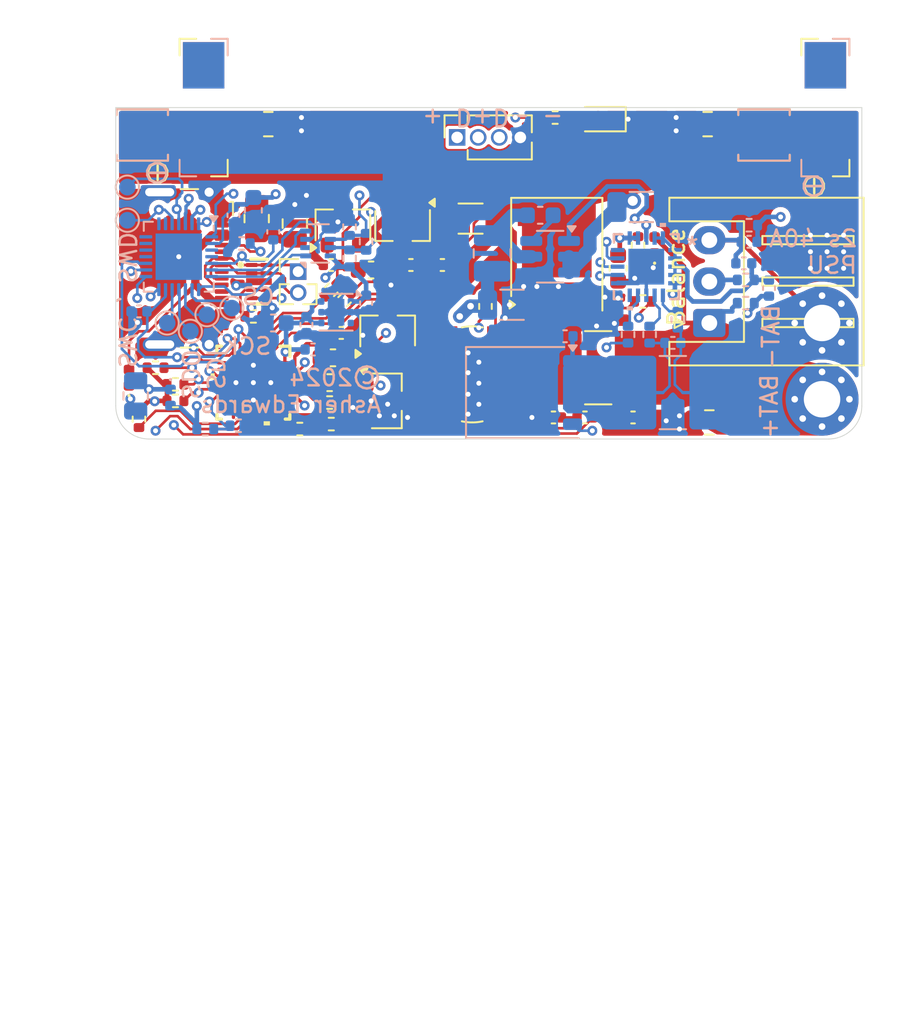
<source format=kicad_pcb>
(kicad_pcb (version 20240108) (generator "pcbnew") (generator_version "8.0")
  (title_block (title "CACKLE 2s 40A PSU & Charger") (date "2024-12-01") (rev "V1") (comment 1 "Author: Asher Edwards"))
  (layers (0 "F.Cu" signal) (1 "In1.Cu" signal) (2 "In2.Cu" signal) (31 "B.Cu" signal) (34 "B.Paste" user) (35 "F.Paste" user) (36 "B.SilkS" user "B.Silkscreen") (37 "F.SilkS" user "F.Silkscreen") (38 "B.Mask" user) (39 "F.Mask" user) (44 "Edge.Cuts" user))
  (net 0 "")
  (net 1 "/Connectors/3.3v")
  (net 2 "GND")
  (net 3 "/Battery Charger/IN")
  (net 4 "Net-(Q1-S)")
  (net 5 "Net-(Q3-G)")
  (net 6 "Net-(Q4-G)")
  (net 7 "Net-(Q4-S)")
  (net 8 "Net-(C4-Pad1)")
  (net 9 "Net-(U2-SW)")
  (net 10 "Net-(U2-BST)")
  (net 11 "Net-(D2-K)")
  (net 12 "Net-(Q1-G)")
  (net 13 "Net-(U3-SRP)")
  (net 14 "Net-(U3-SRN)")
  (net 15 "Net-(U1-BAT)")
  (net 16 "Net-(L2-Pad2)")
  (net 17 "/Battery Charger/MOTORPWR")
  (net 18 "Net-(C7-Pad1)")
  (net 19 "Net-(Q2-D)")
  (net 20 "/Battery Balancer/Mid")
  (net 21 "/Battery Balancer/Up")
  (net 22 "/Battery Charger/Always On PWR")
  (net 23 "Net-(U3-BTST)")
  (net 24 "/Battery Balancer/Low")
  (net 25 "/Battery Charger/REGN")
  (net 26 "/Connectors/RS485+")
  (net 27 "Net-(D1-K)")
  (net 28 "Net-(D4-A)")
  (net 29 "/Battery Balancer/Bat Cell 1")
  (net 30 "/Connectors/RS485-")
  (net 31 "Net-(U3-CMPIN)")
  (net 32 "Net-(Q5-G)")
  (net 33 "Net-(Q6-G)")
  (net 34 "Net-(U1-SRP)")
  (net 35 "Net-(U1-SRN)")
  (net 36 "Net-(U1-DSG)")
  (net 37 "Net-(U3-CMSRC)")
  (net 38 "Net-(U3-ACDRV)")
  (net 39 "Net-(U3-BATDRV)")
  (net 40 "Net-(U3-BATSRC)")
  (net 41 "Net-(U3-ILIM)")
  (net 42 "Net-(U3-ACOK)")
  (net 43 "Net-(U3-TB_STAT_N)")
  (net 44 "/Battery Charger/Charger IADP")
  (net 45 "Net-(U3-BATPRES_N)")
  (net 46 "/SCL")
  (net 47 "/Battery Charger/Charger IDCHG")
  (net 49 "/SDA")
  (net 51 "/MCU/LED")
  (net 53 "/Battery Charger/Charger PROCHOT")
  (net 54 "/MCU/MISO")
  (net 57 "/Connectors/CC2")
  (net 58 "/MCU/UART1_RX")
  (net 59 "/MCU/MOSI")
  (net 60 "/MCU/UART1_TX")
  (net 61 "/MCU/SCLK")
  (net 62 "/Battery Balancer/Balancer Alert")
  (net 63 "/Connectors/CC1")
  (net 64 "/Connectors/D-")
  (net 66 "/Battery Charger/PWRON")
  (net 67 "/MCU/UART1-RTS")
  (net 71 "/MCU/CS")
  (net 77 "/Battery Charger/MCU3.3v")
  (net 78 "Net-(U3-ACP)")
  (net 79 "Net-(U3-ACN)")
  (net 80 "Net-(C18-Pad2)")
  (net 81 "Net-(C21-Pad2)")
  (net 82 "Net-(C22-Pad2)")
  (net 83 "Net-(D1-A)")
  (net 84 "Net-(D2-A)")
  (net 85 "Net-(D3-A)")
  (net 86 "Net-(Q4-D)")
  (net 87 "Net-(NT8-Pad1)")
  (net 88 "Net-(NT14-Pad1)")
  (net 89 "/Battery Balancer/-BAT")
  (net 90 "/Battery Balancer/+BAT")
  (net 91 "/Connectors/D+")
  (net 92 "Net-(C3-Pad1)")
  (net 93 "Net-(C3-Pad2)")
  (footprint "custom_Connector:NetTie-2_SMD_Pad0.8mm" (layer "F.Cu") (at 130.396815 120.140685 45)
    (property "Reference" "NT4" (hide yes))
    (property "Value" "Charge NetTie" (hide yes))
  )
  (footprint "Capacitor_SMD:C_0402_1005Metric" (layer "F.Cu") (at 125.9 121.5)
    (property "Reference" "C9" (hide yes))
    (property "Value" "0.1uF, 16v")
  )
  (footprint "CDDFN10-3324P:CDDFN103324P" (layer "F.Cu") (at 116.388 122.5 -90)
    (property "Reference" "D11" (hide yes))
    (property "Value" "CDDFN10-3324P" (hide yes))
  )
  (footprint "Resistor_SMD:R_0402_1005Metric" (layer "F.Cu") (at 109.5 130.8 -90)
    (property "Reference" "R24" (hide yes))
    (property "Value" "10k")
  )
  (footprint "Resistor_SMD:R_0402_1005Metric" (layer "F.Cu") (at 121 129.8 180)
    (property "Reference" "R20" (hide yes))
    (property "Value" "10k")
  )
  (footprint "Resistor_SMD:R_0402_1005Metric" (layer "F.Cu") (at 139.9 123.7)
    (property "Reference" "R10" (hide yes))
    (property "Value" "4.02kohm")
  )
  (footprint "Capacitor_SMD:C_0805_2012Metric" (layer "F.Cu") (at 143.9 131)
    (property "Reference" "C20" (hide yes))
    (property "Value" "10uF, 16v")
  )
  (footprint "Capacitor_SMD:C_0603_1608Metric" (layer "F.Cu") (at 121 128.6)
    (property "Reference" "C24" (hide yes))
    (property "Value" "2.2uf")
  )
  (footprint "Capacitor_SMD:C_0402_1005Metric" (layer "F.Cu") (at 139.3 130.7)
    (property "Reference" "C23" (hide yes))
    (property "Value" "0.1uF, 16v")
  )
  (footprint "Resistor_SMD:R_1206_3216Metric" (layer "F.Cu") (at 129.5 118.7 180)
    (property "Reference" "R1" (hide yes))
    (property "Value" "10mOhm LVT12R0100FER")
  )
  (footprint "Package_TO_SOT_SMD:SC-59" (layer "F.Cu") (at 121.8 119.1 90)
    (property "Reference" "Q1" (hide yes))
    (property "Value" "PJA3430")
  )
  (footprint "Diode_SMD:D_0402_1005Metric" (layer "F.Cu") (at 140.6 120.3 90)
    (property "Reference" "D1" (hide yes))
    (property "Value" "GSDH3005")
  )
  (footprint "Package_TO_SOT_SMD:SC-59" (layer "F.Cu") (at 124.4 129.7)
    (property "Reference" "Q5" (hide yes))
    (property "Value" "PJA3430")
  )
  (footprint "Resistor_SMD:R_0402_1005Metric" (layer "F.Cu") (at 116.4 124.6 180)
    (property "Reference" "R19" (hide yes))
    (property "Value" "5.1k")
  )
  (footprint "Capacitor_SMD:C_0603_1608Metric" (layer "F.Cu") (at 138.4 121.7 -90)
    (property "Reference" "C2" (hide yes))
    (property "Value" "2.2uf, 16v")
  )
  (footprint "custom_Connector:NetTie-2_SMD_Pad0.2mm" (layer "F.Cu") (at 130.2 118.7)
    (property "Reference" "NT3" (hide yes))
    (property "Value" "Sense NetTie" (hide yes))
  )
  (footprint "Resistor_SMD:R_0402_1005Metric" (layer "F.Cu") (at 134.6 112.6)
    (property "Reference" "R25" (hide yes))
    (property "Value" "80.6 ohm")
  )
  (footprint "Capacitor_SMD:C_0402_1005Metric" (layer "F.Cu") (at 127.8 121.5)
    (property "Reference" "C10" (hide yes))
    (property "Value" "0.1uF, 16v")
  )
  (footprint "Capacitor_SMD:C_0805_2012Metric" (layer "F.Cu") (at 117.3 113 180)
    (property "Reference" "C12" (hide yes))
    (property "Value" "10uF, 16v")
  )
  (footprint "Capacitor_SMD:C_0402_1005Metric" (layer "F.Cu") (at 121.1 121.5)
    (property "Reference" "C5" (hide yes))
    (property "Value" "1nF")
  )
  (footprint "custom_Connector:Keystone_3579" (layer "F.Cu") (at 109.7 113.65 180)
    (property "Reference" "J3" (hide yes))
    (property "Value" "Keystone 3579")
  )
  (footprint "Capacitor_SMD:C_0805_2012Metric" (layer "F.Cu") (at 118.9 119 90)
    (property "Reference" "C7" (hide yes))
    (property "Value" "10uf, 16v")
  )
  (footprint "Diode_SMD:D_0402_1005Metric" (layer "F.Cu") (at 108.9 128.3 90)
    (property "Reference" "D3" (hide yes))
    (property "Value" "GSDH3005")
  )
  (footprint "Resistor_SMD:R_0402_1005Metric" (layer "F.Cu") (at 139.6 120.3 90)
    (property "Reference" "R3" (hide yes))
    (property "Value" "100ohm")
  )
  (footprint "Inductor_SMD:L_Bourns_SDR0604" (layer "F.Cu") (at 129.6 128.1 90)
    (property "Reference" "L2" (hide yes))
    (property "Value" "6.8uH HPC HPC5040NF-6R8M")
  )
  (footprint "Connector_JST:JST_XH_S3B-XH-A_1x03_P2.50mm_Horizontal" (layer "F.Cu") (at 143.9 125 90)
    (property "Reference" "J2" (hide yes))
    (property "Value" "JST XH-S Balance Plug")
  )
  (footprint "custom_Connector:NetTie-2_SMD_Pad0.28mm" (layer "F.Cu") (at 112.60201 122.99799 45)
    (property "Reference" "NT12" (hide yes))
    (property "Value" "PWR NetTie" (hide yes))
  )
  (footprint "Resistor_SMD:R_0402_1005Metric" (layer "F.Cu") (at 121.1 123 45)
    (property "Reference" "R8" (hide yes))
    (property "Value" "4.02k")
  )
  (footprint "custom_Connector:Keystone_3569" (layer "F.Cu") (at 113.4 112 180)
    (property "Reference" "J5" (hide yes))
    (property "Value" "Keystone 3569")
  )
  (footprint "Resistor_SMD:R_0402_1005Metric" (layer "F.Cu") (at 110.5 127.7)
    (property "Reference" "R23" (hide yes))
    (property "Value" "10k")
  )
  (footprint "Connector_PinSocket_1.27mm:PinSocket_1x04_P1.27mm_Vertical" (layer "F.Cu") (at 128.69 113.8 90)
    (property "Reference" "J11" (hide yes))
    (property "Value" "1.27mm 4 pin socket")
  )
  (footprint "Package_TO_SOT_SMD:SC-59" (layer "F.Cu") (at 124.5 125.5 90)
    (property "Reference" "Q4" (hide yes))
    (property "Value" "PJA3430")
  )
  (footprint "Capacitor_SMD:C_0402_1005Metric" (layer "F.Cu") (at 134.5 130.7)
    (property "Reference" "C21" (hide yes))
    (property "Value" "0.1uF, 16v")
  )
  (footprint "Resistor_SMD:R_0805_2012Metric" (layer "F.Cu") (at 116.6 118.7 90)
    (property "Reference" "R2" (hide yes))
    (property "Value" "2ohm")
  )
  (footprint "custom_Connector:NetTie-2_SMD_Pad0.2mm" (layer "F.Cu") (at 136.4 127.7 180)
    (property "Reference" "NT6" (hide yes))
    (property "Value" "Sense NetTie" (hide yes))
  )
  (footprint "Capacitor_SMD:C_0402_1005Metric" (layer "F.Cu") (at 121.7 125.6)
    (property "Reference" "C11" (hide yes))
    (property "Value" "0.1uF, 16v")
  )
  (footprint "Resistor_SMD:R_0402_1005Metric" (layer "F.Cu") (at 121.1 131.1 180)
    (property "Reference" "R21" (hide yes))
    (property "Value" "10ohm")
  )
  (footprint "Connector_PinHeader_1.27mm:PinHeader_1x02_P1.27mm_Vertical" (layer "F.Cu") (at 119.1 121.9)
    (property "Reference" "J12" (hide yes))
    (property "Value" "USB")
  )
  (footprint "custom_Connector:NetTie-2_SMD_Pad0.2mm" (layer "F.Cu") (at 128.8 118.7 180)
    (property "Reference" "NT2" (hide yes))
    (property "Value" "Sense NetTie" (hide yes))
  )
  (footprint "custom_Connector:NetTie-2_SMD_Pad0.2mm" (layer "F.Cu") (at 123.825 122.3 45)
    (property "Reference" "NT14" (hide yes))
    (property "Value" "Sense NetTie" (hide yes))
  )
  (footprint "LED_SMD:LED_0603_1608Metric_Pad1.05x0.95mm_HandSolder" (layer "F.Cu") (at 137.2 112.7 180)
    (property "Reference" "D4" (hide yes))
    (property "Value" "Osram LT Q99G.01 green led")
  )
  (footprint "Capacitor_SMD:C_0805_2012Metric" (layer "F.Cu") (at 143.8 113)
    (property "Reference" "C14" (hide yes))
    (property "Value" "10uF, 16v")
  )
  (footprint "Resistor_SMD:R_0402_1005Metric" (layer "F.Cu") (at 111.7 128.7 180)
    (property "Reference" "R29" (hide yes))
    (property "Value" "10k")
  )
  (footprint "custom_Connector:NetTie-2_SMD_Pad0.2mm" (layer "F.Cu") (at 138 127.7)
    (property "Reference" "NT5" (hide yes))
    (property "Value" "Sense NetTie" (hide yes))
  )
  (footprint "Capacitor_SMD:C_0402_1005Metric" (layer "F.Cu") (at 136.4 130.7)
    (property "Reference" "C22" (hide yes))
    (property "Value" "0.1uF, 16v")
  )
  (footprint "Package_DFN_QFN:PQFN-8-EP_6x5mm_P1.27mm_Generic" (layer "F.Cu") (at 134.7 121.1478 90)
    (property "Reference" "Q3" (hide yes))
    (property "Value" "Vishay sir404dp, or SiR500DP")
  )
  (footprint "Resistor_SMD:R_0402_1005Metric" (layer "F.Cu") (at 130.4 124 -90)
    (property "Reference" "R12" (hide yes))
    (property "Value" "10ohm")
  )
  (footprint "Package_TO_SOT_SMD:SC-59" (layer "F.Cu") (at 125.4 119.1 -90)
    (property "Reference" "Q2" (hide yes))
    (property "Value" "PJA3430")
  )
  (footprint "Resistor_SMD:R_0402_1005Metric" (layer "F.Cu") (at 121.9 123.6 45)
    (property "Reference" "R7" (hide yes))
    (property "Value" "4.02k")
  )
  (footprint "custom_Connector:Keystone_3579" (layer "F.Cu") (at 147.199999 113.65 180)
    (property "Reference" "J1" (hide yes))
    (property "Value" "Keystone 3579")
  )
  (footprint "MountingHole:MountingHole_2.2mm_M2_Pad_Via" (layer "F.Cu") (at 150.7 129.6)
    (property "Reference" "H1" (hide yes))
    (property "Value" "Bat+")
  )
  (footprint "BQ24780:RUY0028A" (layer "F.Cu") (at 116.4 128.6 -90)
    (property "Reference" "U3" (hide yes))
    (property "Value" "BQ24780SRUYR")
  )
  (footprint "custom_Connector:Keystone_3569" (layer "F.Cu") (at 150.9 112)
    (property "Reference" "J4" (hide yes))
    (property "Value" "Keystone 3569")
  )
  (footprint "Capacitor_SMD:C_0603_1608Metric" (layer "F.Cu") (at 123.5 121.8 180)
    (property "Reference" "C6" (hide yes))
    (property "Value" "47nf")
  )
  (footprint "Resistor_SMD:R_2816_7142Metric" (layer "F.Cu") (at 137.2 127.7 180)
    (property "Reference" "R18" (hide yes))
    (property "Value" "5mOhm, CS wshp2818")
  )
  (footprint "custom_Connector:USB_C_G-Switch_GT-USB-7025-JLCPCBv" (layer "F.Cu") (at 111.04 121.7 -90)
    (property "Reference" "J10" (hide yes))
    (property "Value" "G-Switch-GT-USB-7025")
  )
  (footprint "Capacitor_SMD:C_0603_1608Metric" (layer "F.Cu") (at 121.2 127.1)
    (property "Reference" "C17" (hide yes))
    (property "Value" "47nF, 16v")
  )
  (footprint "Resistor_SMD:R_0402_1005Metric" (layer "F.Cu") (at 111.7 129.7 180)
    (property "Reference" "R11" (hide yes))
    (property "Value" "10k")
  )
  (footprint "custom_Connector:NetTie-2_SMD_Pad0.28mm" (layer "F.Cu") (at 142.645 125 180)
    (property "Reference" "NT9" (hide yes))
    (property "Value" "PWR NetTie" (hide yes))
  )
  (footprint "Resistor_SMD:R_0402_1005Metric" (layer "F.Cu") (at 119.2 131.4 180)
    (property "Reference" "R22" (hide yes))
    (property "Value" "10ohm")
  )
  (footprint "Capacitor_SMD:C_0402_1005Metric" (layer "B.Cu") (at 119.6 125.1 -90)
    (property "Reference" "C32" (hide yes))
    (property "Value" "0.1uF, 16v")
  )
  (footprint "Resistor_SMD:R_0402_1005Metric" (layer "B.Cu") (at 113.5 131.4 180)
    (property "Reference" "R30" (hide yes))
    (property "Value" "866k")
  )
  (footprint "Package_SON:WSON-6-1EP_2x2mm_P0.65mm_EP1x1.6mm" (layer "B.Cu") (at 121.3875 124.35 180)
    (property "Reference" "U7" (hide yes))
    (property "Value" "TPS7A2633DRV")
  )
  (footprint "custom_Connector:NetTie-2_SMD_Pad0.28mm" (layer "B.Cu") (at 145.155 120 180)
    (property "Reference" "NT7" (hide yes))
    (property "Value" "PWR NetTie" (hide yes))
  )
  (footprint "Resistor_SMD:R_0402_1005Metric" (layer "B.Cu") (at 122.2 119.2 90)
    (property "Reference" "R26" (hide yes))
    (property "Value" "120 ohm")
  )
  (footprint "Capacitor_SMD:C_0402_1005Metric" (layer "B.Cu") (at 120 126.6)
    (property "Reference" "C15" (hide yes))
    (property "Value" "1uf, 16v")
  )
  (footprint "Capacitor_SMD:C_1206_3216Metric" (layer "B.Cu") (at 139.8 118)
    (property "Reference" "C28" (hide yes))
    (property "Value" "22uf, 16v CL31A226MOCLNN")
  )
  (footprint "Resistor_SMD:R_0402_1005Metric" (layer "B.Cu") (at 115.5 131.2 180)
    (property "Reference" "R31" (hide yes))
    (property "Value" "866k")
  )
  (footprint "Capacitor_SMD:C_0603_1608Metric" (layer "B.Cu") (at 117.6 125 180)
    (property "Reference" "C31" (hide yes))
    (property "Value" "10uF, 16v")
  )
  (footprint "Capacitor_SMD:C_0603_1608Metric" (layer "B.Cu") (at 133.7 118.5 180)
    (property "Reference" "C40" (hide yes))
    (property "Value" "100nF")
  )
  (footprint "custom_Connector:NetTie-2_SMD_Pad0.28mm" (layer "B.Cu") (at 145 124.3 180)
    (property "Reference" "NT8" (hide yes))
    (property "Value" "PWR NetTie" (hide yes))
  )
  (footprint "TestPoint:TestPoint_Pad_D1.0mm" (layer "B.Cu") (at 108.8 116.8 180)
    (property "Reference" "TP4" (hide yes))
    (property "Value" "SWD" (hide yes))
  )
  (footprint "TestPoint:TestPoint_Pad_D1.0mm" (layer "B.Cu") (at 113.6 124.5 180)
    (property "Reference" "TP3" (hide yes))
    (property "Value" "SCK")
  )
  (footprint "Resistor_SMD:R_0402_1005Metric" (layer "B.Cu") (at 146.1 122.4 180)
    (property "Reference" "R16" (hide yes))
    (property "Value" "10ohm")
  )
  (footprint "Package_TO_SOT_SMD:SOT-583-8" (layer "B.Cu") (at 120.3 120.2)
    (property "Reference" "U5" (hide yes))
    (property "Value" "THVD1420DRLR")
  )
  (footprint "Capacitor_SMD:C_0402_1005Metric" (layer "B.Cu") (at 147.5 122.9 90)
    (property "Reference" "C13" (hide yes))
    (property "Value" "220nF, 16v")
  )
  (footprint "Resistor_SMD:R_0402_1005Metric" (layer "B.Cu") (at 146.3 119.1 180)
    (property "Reference" "R17" (hide yes))
    (property "Value" "10ohm")
  )
  (footprint "TestPoint:TestPoint_Pad_D1.0mm" (layer "B.Cu") (at 115.1 124.1 180)
    (property "Reference" "TP2" (hide yes))
    (property "Value" "CS")
  )
  (footprint "Inductor_SMD:L_1008_2520Metric" (layer "B.Cu") (at 130.8 120.8 -90)
    (property "Reference" "L3" (hide yes))
    (property "Value" "2.2uH, WIP322512A-2R2MLDG")
  )
  (footprint "Resistor_SMD:R_0402_1005Metric" (layer "B.Cu") (at 139 125.7 -90)
    (property "Reference" "R6" (hide yes))
    (property "Value" "5.1k")
  )
  (footprint "custom_Connector:NetTie-2_SMD_Pad0.2mm" (layer "B.Cu") (at 142.5 129.2 180)
    (property "Reference" "NT1" (hide yes))
    (property "Value" "Sense NetTie" (hide yes))
  )
  (footprint "TestPoint:TestPoint_Pad_D1.0mm" (layer "B.Cu") (at 112.6 125.5 180)
    (property "Reference" "TP5" (hide yes))
    (property "Value" "SDI")
  )
  (footprint "TestPoint:TestPoint_Pad_D1.0mm" (layer "B.Cu") (at 111.2 125 180)
    (property "Reference" "TP6" (hide yes))
    (property "Value" "SDO")
  )
  (footprint "Resistor_SMD:R_0402_1005Metric" (layer "B.Cu") (at 140.3 125.7 -90)
    (property "Reference" "R5" (hide yes))
    (property "Value" "100ohm")
  )
  (footprint "Resistor_SMD:R_2816_7142Metric" (layer "B.Cu") (at 141.7 129.2)
    (property "Reference" "R14" (hide yes))
    (property "Value" "1mOhm, CS wshp2818")
  )
  (footprint "Resistor_SMD:R_0402_1005Metric" (layer "B.Cu") (at 123.2 120.1 -90)
    (property "Reference" "R27" (hide yes))
    (property "Value" "120 ohm")
  )
  (footprint "custom_Connector:NetTie-2_SMD_Pad0.28mm" (layer "B.Cu") (at 112.4 130.5 -45)
    (property "Reference" "NT10" (hide yes))
    (property "Value" "PWR NetTie" (hide yes))
  )
  (footprint "Capacitor_SMD:C_0402_1005Metric" (layer "B.Cu") (at 109.5 124.3 180)
    (property "Reference" "C30" (hide yes))
    (property "Value" "100pF")
  )
  (footprint "Resistor_SMD:R_0402_1005Metric" (layer "B.Cu") (at 115.7 120.2)
    (property "Reference" "R33" (hide yes))
    (property "Value" "5.1k")
  )
  (footprint "Resistor_SMD:R_0402_1005Metric" (layer "B.Cu") (at 142 124.8 -90)
    (property "Reference" "R4" (hide yes))
    (property "Value" "100ohm")
  )
  (footprint "custom_Connector:Keystone_3569" (layer "B.Cu") (at 150.9 112 180)
    (property "Reference" "J8" (hide yes))
    (property "Value" "Keystone 3569")
  )
  (footprint "Capacitor_SMD:C_0402_1005Metric" (layer "B.Cu") (at 115.2 118.5 -90)
    (property "Reference" "C25" (hide yes))
    (property "Value" "0.1uF")
  )
  (footprint "Capacitor_SMD:C_0402_1005Metric" (layer "B.Cu") (at 146.3 120.1 180)
    (property "Reference" "C19" (hide yes))
    (property "Value" "220nF, 16v")
  )
  (footprint "Package_DFN_QFN:PQFN-8-EP_6x5mm_P1.27mm_Generic" (layer "B.Cu") (at 132.925 129.2 180)
    (property "Reference" "Q6" (hide yes))
    (property "Value" "Vishay sir404dp, or SiR500DP")
  )
  (footprint "Capacitor_SMD:C_0402_1005Metric" (layer "B.Cu") (at 123.2 123.8 -90)
    (property "Reference" "C33" (hide yes))
    (property "Value" "2.2uF, 10v")
  )
  (footprint "Capacitor_SMD:C_0402_1005Metric" (layer "B.Cu") (at 145.98 121.4 180)
    (property "Reference" "C18" (hide yes))
    (property "Value" "220nF, 16v")
  )
  (footprint "custom_Connector:Keystone_3579" (layer "B.Cu") (at 109.700001 113.65)
    (property "Reference" "J7" (hide yes))
    (property "Value" "Keystone 3579")
  )
  (footprint "BQ76905:VQFN20_RGR_TEX" (layer "B.Cu") (at 140.1 121.6 180)
    (property "Reference" "U1" (hide yes))
    (property "Value" "BQ76905RGRR")
  )
  (footprint "Capacitor_SMD:C_0402_1005Metric" (layer "B.Cu") (at 135.2 125.8 180)
    (property "Reference" "C4" (hide yes))
    (property "Value" "0.1uF")
  )
  (footprint "Capacitor_SMD:C_1206_3216Metric" (layer "B.Cu") (at 132 123.9)
    (property "Reference" "C27" (hide yes))
    (property "Value" "22uf, 16v CL31A226MOCLNN")
  )
  (footprint "Package_DFN_QFN:QFN-28-1EP_4x4mm_P0.4mm_EP2.8x2.8mm" (layer "B.Cu") (at 111.9 121 180)
    (property "Reference" "U6" (hide yes))
    (property "Value" "CH32X035G8U6")
  )
  (footprint "Resistor_SMD:R_0805_2012Metric" (layer "B.Cu") (at 109.3 129.4 90)
    (property "Reference" "R9" (hide yes))
    (property "Value" "10 ohm")
  )
  (footprint "TestPoint:TestPoint_Pad_D1.0mm" (layer "B.Cu") (at 108.8 118.8 180)
    (property "Reference" "TP1" (hide yes))
    (property "Value" "SWC" (hide yes))
  )
  (footprint "Resistor_SMD:R_0402_1005Metric" (layer "B.Cu") (at 146.1 123.8 180)
    (property "Reference" "R15" (hide yes))
    (property "Value" "10ohm")
  )
  (footprint "Resistor_SMD:R_0402_1005Metric" (layer "B.Cu") (at 122.2 121.1 90)
    (property "Reference" "R28" (hide yes))
    (property "Value" "120 ohm")
  )
  (footprint "custom_Connector:NetTie-2_SMD_Pad0.2mm" (layer "B.Cu") (at 140.9 129.2)
    (property "Reference" "NT11" (hide yes))
    (property "Value" "Sense NetTie" (hide yes))
  )
  (footprint "Package_TO_SOT_SMD:TSOT-23-6" (layer "B.Cu") (at 134.3 121 180)
    (property "Reference" "U2" (hide yes))
    (property "Value" "AP63203WU")
  )
  (footprint "Diode_SMD:D_0402_1005Metric" (layer "B.Cu") (at 111.4 129.5 -90)
    (property "Reference" "D2" (hide yes))
    (property "Value" "GSDH3005")
  )
  (footprint "custom_Connector:Keystone_3569" (layer "B.Cu") (at 113.4 112 180)
    (property "Reference" "J9" (hide yes))
    (property "Value" "Keystone 3569")
  )
  (footprint "Capacitor_SMD:C_0603_1608Metric" (layer "B.Cu") (at 116.4 118.2 -90)
    (property "Reference" "C26" (hide yes))
    (property "Value" "4.7uF")
  )
  (footprint "Capacitor_SMD:C_0402_1005Metric" (layer "B.Cu") (at 117.6 119.5 90)
    (property "Reference" "C29" (hide yes))
    (property "Value" "100pF")
  )
  (footprint "custom_Connector:Keystone_3579" (layer "B.Cu") (at 147.200001 113.65)
    (property "Reference" "J6" (hide yes))
    (property "Value" "Keystone 3579")
  )
  (footprint "Capacitor_SMD:C_0402_1005Metric" (layer "B.Cu") (at 141.7 126.2 180)
    (property "Reference" "C3" (hide yes))
    (property "Value" "0.1uF, 16v")
  )
  (footprint "MountingHole:MountingHole_2.2mm_M2_Pad_Via" (layer "B.Cu") (at 150.7 125 -45)
    (property "Reference" "H2" (hide yes))
    (property "Value" "Bat-")
  )
  (gr_line (start 114.5 125.7) (end 114 125.2) (stroke (width 0.12)) (layer "B.SilkS"))
  (gr_line (start 108.1 130) (end 108.1 112) (stroke (width 0.05)) (layer "Edge.Cuts"))
  (gr_line (start 108.1 112) (end 153.1 112) (stroke (width 0.05)) (layer "Edge.Cuts"))
  (gr_arc (start 153.1 130) (mid 152.514214 131.414214) (end 151.1 132) (stroke (width 0.05)) (layer "Edge.Cuts"))
  (gr_line (start 151.1 132) (end 110.1 132) (stroke (width 0.05)) (layer "Edge.Cuts"))
  (gr_arc (start 110.1 132) (mid 108.685786 131.414214) (end 108.1 130) (stroke (width 0.05)) (layer "Edge.Cuts"))
  (gr_line (start 153.1 112) (end 153.1 130) (stroke (width 0.05)) (layer "Edge.Cuts"))
  (gr_text "BAT+" (at 148.1 128 90) (layer "B.SilkS") (effects (font (size 1 1)) (justify left bottom mirror)))
  (gr_text "⊖" (at 151.2 117.5 0) (layer "B.SilkS") (effects (font (size 1.5 1.5)) (justify left bottom mirror)))
  (gr_text "⊖" (at 111.6 116.7 0) (layer "B.SilkS") (effects (font (size 1.5 1.5)) (justify left bottom mirror)))
  (gr_text "2s 40A\nPSU" (at 152.9 122.1 0) (layer "B.SilkS") (effects (font (size 1 1)) (justify left bottom mirror)))
  (gr_text "+ D+D- -" (at 126.5 112 180) (layer "B.SilkS") (effects (font (size 1 1)) (justify left bottom mirror)))
  (gr_text "©2024\nAsher Edwards" (at 124.2 130.5 0) (layer "B.SilkS") (effects (font (size 1 1)) (justify left bottom mirror)))
  (gr_text "SWC , SWD" (at 108.2 127.8 270) (layer "B.SilkS") (effects (font (size 1 1)) (justify left bottom mirror)))
  (gr_text "BAT-" (at 148.2 123.8 90) (layer "B.SilkS") (effects (font (size 1 1)) (justify left bottom mirror)))
  (gr_text "⊕" (at 109.6 116.7 -0) (layer "F.SilkS") (effects (font (size 1.5 1.5)) (justify left bottom)))
  (gr_text "Balance" (at 142.5 125.3 90) (layer "F.SilkS") (effects (font (size 1 1)) (justify left bottom)))
  (gr_text "⊕" (at 149.2 117.5 -0) (layer "F.SilkS") (effects (font (size 1.5 1.5)) (justify left bottom)))
  (via (at 129.5 123.985034) (size 0.8) (drill 0.4) (layers "F.Cu" "B.Cu") (net 1))
  (via (at 128.845522 124.605) (size 0.8) (drill 0.4) (layers "F.Cu" "B.Cu") (net 1))
  (via (at 139.4 118.7) (size 0.6) (drill 0.3) (layers "F.Cu" "B.Cu") (net 1))
  (segment (start 130.8 121.875) (end 130.525 122.15) (width 0.8) (layer "B.Cu") (net 1))
  (segment (start 135.4375 119.071187) (end 135.4375 120.05) (width 0.28) (layer "B.Cu") (net 1))
  (segment (start 130.439966 123.985034) (end 129.5 123.985034) (width 0.8) (layer "B.Cu") (net 1))
  (segment (start 139.601858 116.76) (end 137.748687 116.76) (width 0.28) (layer "B.Cu") (net 1))
  (segment (start 130.525 123.9) (end 130.439966 123.985034) (width 0.6) (layer "B.Cu") (net 1))
  (segment (start 129.465488 123.985034) (end 128.845522 124.605) (width 0.8) (layer "B.Cu") (net 1))
  (segment (start 130.525 122.15) (end 130.525 123.9) (width 0.8) (layer "B.Cu") (net 1))
  (segment (start 137.748687 116.76) (end 135.4375 119.071187) (width 0.28) (layer "B.Cu") (net 1))
  (segment (start 130.439966 123.985034) (end 129.465488 123.985034) (width 0.8) (layer "B.Cu") (net 1))
  (segment (start 140.123243 117.281385) (end 139.601858 116.76) (width 0.28) (layer "B.Cu") (net 1))
  (segment (start 139.4 118.7) (end 140.123243 117.976757) (width 0.28) (layer "B.Cu") (net 1))
  (segment (start 140.123243 117.976757) (end 140.123243 117.281385) (width 0.28) (layer "B.Cu") (net 1))
  (segment (start 139 112.7) (end 138.075 112.7) (width 0.16) (layer "F.Cu") (net 2))
  (segment (start 114.49 125.215) (end 114.49 125.535) (width 0.16) (layer "F.Cu") (net 2))
  (segment (start 118.299999 129.8) (end 117.6 129.8) (width 0.2) (layer "F.Cu") (net 2))
  (segment (start 113.73 117.105) (end 113.585 116.96) (width 0.16) (layer "F.Cu") (net 2))
  (segment (start 117.47 124.04) (end 116.91 124.6) (width 0.16) (layer "F.Cu") (net 2))
  (segment (start 110.895 116.96) (end 110.75 117.105) (width 0.16) (layer "F.Cu") (net 2))
  (segment (start 117.495367 124.04) (end 117.47 124.04) (width 0.16) (layer "F.Cu") (net 2))
  (segment (start 125.42 121.809999) (end 125.42 121.5) (width 0.16) (layer "F.Cu") (net 2))
  (segment (start 118.65 113.4) (end 118.25 113) (width 0.16) (layer "F.Cu") (net 2))
  (segment (start 117.539569 124.084202) (end 117.495367 124.04) (width 0.16) (layer "F.Cu") (net 2))
  (segment (start 141.1 130.7) (end 141.3 130.9) (width 0.28) (layer "F.Cu") (net 2))
  (segment (start 121.775 128.6) (end 121.775 128.775) (width 0.28) (layer "F.Cu") (net 2))
  (segment (start 115.474994 122.635) (end 116.99 122.635) (width 0.16) (layer "F.Cu") (net 2))
  (segment (start 113.585 116.96) (end 110.895 116.96) (width 0.16) (layer "F.Cu") (net 2))
  (segment (start 119.3 113.4) (end 118.65 113.4) (width 0.16) (layer "F.Cu") (net 2))
  (segment (start 114.49 125.535) (end 113.73 126.295) (width 0.16) (layer "F.Cu") (net 2))
  (segment (start 122.32 125.74) (end 122.18 125.6) (width 0.16) (layer "F.Cu") (net 2))
  (segment (start 124.7 122.529999) (end 125.42 121.809999) (width 0.16) (layer "F.Cu") (net 2))
  (segment (start 123 125.74) (end 122.32 125.74) (width 0.16) (layer "F.Cu") (net 2))
  (segment (start 117.6 129.8) (end 116.4 128.6) (width 0.2) (layer "F.Cu") (net 2))
  (segment (start 124 130.6) (end 123.5 130.6) (width 0.2) (layer "F.Cu") (net 2))
  (segment (start 141.9 113.4) (end 142.45 113.4) (width 0.16) (layer "F.Cu") (net 2))
  (segment (start 114.49 119.1) (end 114.49 118.185) (width 0.16) (layer "F.Cu") (net 2))
  (segment (start 142.45 113.4) (end 142.85 113) (width 0.16) (layer "F.Cu") (net 2))
  (segment (start 114.49 117.865) (end 113.73 117.105) (width 0.16) (layer "F.Cu") (net 2))
  (segment (start 118.9 113) (end 119.3 112.6) (width 0.16) (layer "F.Cu") (net 2))
  (segment (start 139.78 130.7) (end 141.1 130.7) (width 0.28) (layer "F.Cu") (net 2))
  (segment (start 123.2 130.2) (end 123.2 130.65) (width 0.28) (layer "F.Cu") (net 2))
  (segment (start 141.3 130.9) (end 141.2 131) (width 0.28) (layer "F.Cu") (net 2))
  (segment (start 142.3 113) (end 142.85 113) (width 0.16) (layer "F.Cu") (net 2))
  (segment (start 116.99 122.635) (end 117.125 122.5) (width 0.16) (layer "F.Cu") (net 2))
  (segment (start 118.25 113) (end 118.9 113) (width 0.16) (layer "F.Cu") (net 2))
  (segment (start 114.49 118.185) (end 114.49 117.865) (width 0.16) (layer "F.Cu") (net 2))
  (segment (start 124.7 122.71) (end 124.7 122.529999) (width 0.16) (layer "F.Cu") (net 2))
  (segment (start 133.2 130.7) (end 134.02 130.7) (width 0.28) (layer "F.Cu") (net 2))
  (segment (start 141.9 112.6) (end 142.3 113) (width 0.16) (layer "F.Cu") (net 2))
  (segment (start 114.49 124.3) (end 114.49 125.215) (width 0.16) (layer "F.Cu") (net 2))
  (segment (start 121.775 128.775) (end 123.2 130.2) (width 0.28) (layer "F.Cu") (net 2))
  (segment (start 115.365 122.744994) (end 115.474994 122.635) (width 0.16) (layer "F.Cu") (net 2))
  (via (at 130 129.905) (size 0.6) (drill 0.3) (layers "F.Cu" "B.Cu") (net 2))
  (via (at 133.5 122.8) (size 0.6) (drill 0.3) (layers "F.Cu" "B.Cu") (net 2))
  (via (at 150 121.7) (size 0.6) (drill 0.3) (layers "F.Cu" "B.Cu") (net 2))
  (via (at 129.35 129.3) (size 0.6) (drill 0.3) (layers "F.Cu" "B.Cu") (net 2))
  (via (at 152 120.7) (size 0.6) (drill 0.3) (layers "F.Cu" "B.Cu") (net 2))
  (via (at 138.173178 125.02275) (size 0.6) (drill 0.3) (layers "F.Cu" "B.Cu") (net 2))
  (via (at 119.3 112.6) (size 0.6) (drill 0.3) (layers "F.Cu" "B.Cu") (net 2))
  (via (at 124.9 130.6) (size 0.6) (drill 0.3) (layers "F.Cu" "B.Cu") (net 2))
  (via (at 109.412841 124.96708) (size 0.6) (drill 0.3) (layers "F.Cu" "B.Cu") (net 2))
  (via (at 141.9 113.4) (size 0.6) (drill 0.3) (layers "F.Cu" "B.Cu") (net 2))
  (via (at 131.845 123.9) (size 0.6) (drill 0.3) (layers "F.Cu" "B.Cu") (net 2))
  (via (at 124 130.6) (size 0.6) (drill 0.3) (layers "F.Cu" "B.Cu") (net 2))
  (via (at 118.9 117.85) (size 0.6) (drill 0.3) (layers "F.Cu" "B.Cu") (net 2))
  (via (at 130 128.635) (size 0.6) (drill 0.3) (layers "F.Cu" "B.Cu") (net 2))
  (via (at 151 120.7) (size 0.6) (drill 0.3) (layers "F.Cu" "B.Cu") (net 2))
  (via (at 151 121.7) (size 0.6) (drill 0.3) (layers "F.Cu" "B.Cu") (net 2))
  (via (at 152 119.7) (size 0.6) (drill 0.3) (layers "F.Cu" "B.Cu") (net 2))
  (via (at 115.365 122.744994) (size 0.6) (drill 0.3) (layers "F.Cu" "B.Cu") (net 2))
  (via (at 137.6 123.44) (size 0.6) (drill 0.3) (layers "F.Cu" "B.Cu") (net 2))
  (via (at 123 125.74) (size 0.6) (drill 0.3) (layers "F.Cu" "B.Cu") (net 2))
  (via (at 138.4 123.5) (size 0.6) (drill 0.3) (layers "F.Cu" "B.Cu") (net 2))
  (via (at 124.7 122.71) (size 0.6) (drill 0.3) (layers "F.Cu" "B.Cu") (net 2))
  (via (at 132.7 122.7978) (size 0.6) (drill 0.3) (layers "F.Cu" "B.Cu") (net 2))
  (via (at 130 127.365) (size 0.6) (drill 0.3) (layers "F.Cu" "B.Cu") (net 2))
  (via (at 142.1 130.6) (size 0.6) (drill 0.3) (layers "F.Cu" "B.Cu") (net 2))
  (via (at 150 120.7) (size 0.6) (drill 0.3) (layers "F.Cu" "B.Cu") (net 2))
  (via (at 142.1 131.4) (size 0.6) (drill 0.3) (layers "F.Cu" "B.Cu") (net 2))
  (via (at 123.5 129.7) (size 0.6) (drill 0.3) (layers "F.Cu" "B.Cu") (net 2))
  (via (at 152 121.7) (size 0.6) (drill 0.3) (layers "F.Cu" "B.Cu") (net 2))
  (via (at 124.5 129.9) (size 0.6) (drill 0.3) (layers "F.Cu" "B.Cu") (net 2))
  (via (at 137.1 125.182598) (size 0.6) (drill 0.3) (layers "F.Cu" "B.Cu") (net 2))
  (via (at 129.35 128) (size 0.6) (drill 0.3) (layers "F.Cu" "B.Cu") (net 2))
  (via (at 131.584856 124.7) (size 0.6) (drill 0.3) (layers "F.Cu" "B.Cu") (net 2))
  (via (at 134.8 122.8) (size 0.6) (drill 0.3) (layers "F.Cu" "B.Cu") (net 2))
  (via (at 125.7 130.7) (size 0.6) (drill 0.3) (layers "F.Cu" "B.Cu") (net 2))
  (via (at 139 112.7) (size 0.6) (drill 0.3) (layers "F.Cu" "B.Cu") (net 2))
  (via (at 151 119.7) (size 0.6) (drill 0.3) (layers "F.Cu" "B.Cu") (net 2))
  (via (at 122.4 130.1) (size 0.6) (drill 0.3) (layers "F.Cu" "B.Cu") (net 2))
  (via (at 129.35 130.5) (size 0.6) (drill 0.3) (layers "F.Cu" "B.Cu") (net 2))
  (via (at 141.3 130.9) (size 0.6) (drill 0.3) (layers "F.Cu" "B.Cu") (net 2))
  (via (at 121.5 118.9) (size 0.6) (drill 0.3) (layers "F.Cu" "B.Cu") (net 2))
  (via (at 117.539569 124.084202) (size 0.6) (drill 0.3) (layers "F.Cu" "B.Cu") (net 2))
  (via (at 133.2 130.7) (size 0.6) (drill 0.3) (layers "F.Cu" "B.Cu") (net 2))
  (via (at 141.9 112.6) (size 0.6) (drill 0.3) (layers "F.Cu" "B.Cu") (net 2))
  (via (at 150 119.7) (size 0.6) (drill 0.3) (layers "F.Cu" "B.Cu") (net 2))
  (via (at 119.6 117.3) (size 0.6) (drill 0.3) (layers "F.Cu" "B.Cu") (net 2))
  (via (at 111.9 121) (size 0.6) (drill 0.3) (layers "F.Cu" "B.Cu") (net 2))
  (via (at 129.35 126.8) (size 0.6) (drill 0.3) (layers "F.Cu" "B.Cu") (net 2))
  (via (at 119.3 113.4) (size 0.6) (drill 0.3) (layers "F.Cu" "B.Cu") (net 2))
  (segment (start 120.705 119.45) (end 121.04 119.45) (width 0.16) (layer "B.Cu") (net 2))
  (segment (start 120.465 119.917402) (end 119.932402 120.45) (width 0.16) (layer "B.Cu") (net 2))
  (segment (start 121.71 118.69) (end 121.5 118.9) (width 0.16) (layer "B.Cu") (net 2))
  (segment (start 134.72 125.8) (end 134.72 127.405) (width 0.28) (layer "B.Cu") (net 2))
  (segment (start 115.19 120.2) (end 115.19 118.99) (width 0.16) (layer "B.Cu") (net 2))
  (segment (start 120.465 119.69) (end 120.705 119.45) (width 0.16) (layer "B.Cu") (net 2))
  (segment (start 116.445 119.02) (end 116.4 118.975) (width 0.16) (layer "B.Cu") (net 2))
  (segment (start 117.909999 119.02) (end 118.349999 118.58) (width 0.16) (layer "B.Cu") (net 2))
  (segment (start 117.6 119.02) (end 117.909999 119.02) (width 0.16) (layer "B.Cu") (net 2))
  (segment (start 115.2 118.98) (end 116.395 118.98) (width 0.16) (layer "B.Cu") (net 2))
  (segment (start 121.18 118.58) (end 121.5 118.9) (width 0.16) (layer "B.Cu") (net 2))
  (segment (start 119.53 120.42) (end 119.56 120.45) (width 0.16) (layer "B.Cu") (net 2))
  (segment (start 121.44 119.45) (end 122.2 118.69) (width 0.16) (layer "B.Cu") (net 2))
  (segment (start 109.412841 124.96708) (end 109.412841 124.692841) (width 0.16) (layer "B.Cu") (net 2))
  (segment (start 115.19 118.99) (end 115.2 118.98) (width 0.16) (layer "B.Cu") (net 2))
  (segment (start 120.465 119.917402) (end 120.465 119.69) (width 0.16) (layer "B.Cu") (net 2))
  (segment (start 122.275 124.35) (end 123.13 124.35) (width 0.16) (layer "B.Cu") (net 2))
  (segment (start 123.13 124.35) (end 123.2 124.28) (width 0.16) (layer "B.Cu") (net 2))
  (segment (start 109.412841 124.692841) (end 109.02 124.3) (width 0.16) (layer "B.Cu") (net 2))
  (segment (start 118.349999 118.58) (end 121.18 118.58) (width 0.16) (layer "B.Cu") (net 2))
  (segment (start 134.72 127.405) (end 132.925 129.2) (width 0.28) (layer "B.Cu") (net 2))
  (segment (start 117.6 119.02) (end 116.445 119.02) (width 0.16) (layer "B.Cu") (net 2))
  (segment (start 121.04 119.45) (end 121.44 119.45) (width 0.16) (layer "B.Cu") (net 2))
  (segment (start 119.932402 120.45) (end 119.56 120.45) (width 0.16) (layer "B.Cu") (net 2))
  (segment (start 122.2 118.69) (end 121.71 118.69) (width 0.16) (layer "B.Cu") (net 2))
  (segment (start 116.395 118.98) (end 116.4 118.975) (width 0.16) (layer "B.Cu") (net 2))
  (segment (start 120.04 120.92) (end 120.04 119.24) (width 0.5) (layer "F.Cu") (net 3))
  (segment (start 116.820881 117.7875) (end 118.033381 119) (width 0.5) (layer "F.Cu") (net 3))
  (segment (start 118.033381 119) (end 119.8 119) (width 0.5) (layer "F.Cu") (net 3))
  (segment (start 120.04 119.24) (end 119.8 119) (width 0.5) (layer "F.Cu") (net 3))
  (segment (start 120.9 117.9) (end 121.8 117.9) (width 0.5) (layer "F.Cu") (net 3))
  (segment (start 116.6 117.7875) (end 115.4 118.9875) (width 0.5) (layer "F.Cu") (net 3))
  (segment (start 112.9 122.662332) (end 113.947668 123.71) (width 0.5) (layer "F.Cu") (net 3))
  (segment (start 115.19 119.71) (end 113.89 119.71) (width 0.5) (layer "F.Cu") (net 3))
  (segment (start 116.6 117.7875) (end 116.820881 117.7875) (width 0.5) (layer "F.Cu") (net 3))
  (segment (start 120.62 121.5) (end 120.04 120.92) (width 0.5) (layer "F.Cu") (net 3))
  (segment (start 115.4 118.9875) (end 115.4 119.5) (width 0.5) (layer "F.Cu") (net 3))
  (segment (start 115.4 119.5) (end 115.19 119.71) (width 0.5) (layer "F.Cu") (net 3))
  (segment (start 119.8 119) (end 120.9 117.9) (width 0.5) (layer "F.Cu") (net 3))
  (segment (start 112.9 120.7) (end 112.9 122.662332) (width 0.5) (layer "F.Cu") (net 3))
  (segment (start 113.89 119.71) (end 112.9 120.7) (width 0.5) (layer "F.Cu") (net 3))
  (segment (start 113.947668 123.71) (end 114.49 123.71) (width 0.5) (layer "F.Cu") (net 3))
  (segment (start 124.45 118.6) (end 124.45 117.9) (width 0.5) (layer "F.Cu") (net 4))
  (segment (start 124.275 120.175) (end 123.575 119.475) (width 0.5) (layer "F.Cu") (net 4))
  (segment (start 124.275 121.8) (end 124.275 120.175) (width 0.5) (layer "F.Cu") (net 4))
  (segment (start 123.575 119.475) (end 124.45 118.6) (width 0.5) (layer "F.Cu") (net 4))
  (segment (start 122.75 120.3) (end 123.575 119.475) (width 0.5) (layer "F.Cu") (net 4))
  (segment (start 138.99 124.1) (end 139.39 123.7) (width 0.16) (layer "F.Cu") (net 5))
  (segment (start 137.88 123.98) (end 138 124.1) (width 0.16) (layer "F.Cu") (net 5))
  (segment (start 136.7122 123.98) (end 137.88 123.98) (width 0.16) (layer "F.Cu") (net 5))
  (segment (start 136.605 123.8728) (end 136.7122 123.98) (width 0.16) (layer "F.Cu") (net 5))
  (segment (start 138 124.1) (end 138.99 124.1) (width 0.16) (layer "F.Cu") (net 5))
  (segment (start 124.4 125.6) (end 123.55 126.45) (width 0.16) (layer "F.Cu") (net 6))
  (segment (start 123.55 126.45) (end 123.55 126.7) (width 0.16) (layer "F.Cu") (net 6))
  (segment (start 119.499999 127.37) (end 119.499999 127.519168) (width 0.16) (layer "F.Cu") (net 6))
  (segment (start 118.819166 128.200001) (end 118.299999 128.200001) (width 0.16) (layer "F.Cu") (net 6))
  (segment (start 119.499999 127.519168) (end 118.819166 128.200001) (width 0.16) (layer "F.Cu") (net 6))
  (via (at 124.4 125.6) (size 0.6) (drill 0.3) (layers "F.Cu" "B.Cu") (net 6))
  (via (at 119.499999 127.37) (size 0.6) (drill 0.3) (layers "F.Cu" "B.Cu") (net 6))
  (segment (start 126.95 127.4) (end 127.65 128.1) (width 0.28) (layer "F.Cu") (net 7))
  (segment (start 121.975 127.1) (end 122.625 127.75) (width 0.8) (layer "F.Cu") (net 7))
  (segment (start 118.899999 127.000001) (end 118.899999 127.565685) (width 0.2) (layer "F.Cu") (net 7))
  (segment (start 125.45 126.7) (end 126.25 126.7) (width 0.8) (layer "F.Cu") (net 7))
  (segment (start 126.25 126.7) (end 127.65 128.1) (width 0.8) (layer "F.Cu") (net 7))
  (segment (start 125.6 129.7) (end 126.05 129.7) (width 0.8) (layer "F.Cu") (net 7))
  (segment (start 127.3 127.75) (end 127.65 128.1) (width 0.8) (layer "F.Cu") (net 7))
  (segment (start 119 126.9) (end 119.615 126.285) (width 0.28) (layer "F.Cu") (net 7))
  (segment (start 126.05 129.7) (end 127.65 128.1) (width 0.8) (layer "F.Cu") (net 7))
  (segment (start 119 126.9) (end 118.899999 127.000001) (width 0.2) (layer "F.Cu") (net 7))
  (segment (start 118.665684 127.8) (end 118.299999 127.799999) (width 0.2) (layer "F.Cu") (net 7))
  (segment (start 118.899999 127.565685) (end 118.665684 127.8) (width 0.2) (layer "F.Cu") (net 7))
  (segment (start 121.16 126.285) (end 122.275 127.4) (width 0.28) (layer "F.Cu") (net 7))
  (segment (start 122.625 127.75) (end 127.3 127.75) (width 0.8) (layer "F.Cu") (net 7))
  (segment (start 119.615 126.285) (end 121.16 126.285) (width 0.28) (layer "F.Cu") (net 7))
  (segment (start 135.68 125.8) (end 135.65 125.83) (width 0.28) (layer "B.Cu") (net 8))
  (segment (start 135.65 125.83) (end 135.65 127.295) (width 0.28) (layer "B.Cu") (net 8))
  (segment (start 132.925 118.5) (end 132.025 118.5) (width 0.8) (layer "B.Cu") (net 9))
  (segment (start 133.1625 121) (end 132.385184 121) (width 0.8) (layer "B.Cu") (net 9))
  (segment (start 131.110184 119.725) (end 130.8 119.725) (width 0.8) (layer "B.Cu") (net 9))
  (segment (start 132.385184 121) (end 131.110184 119.725) (width 0.8) (layer "B.Cu") (net 9))
  (segment (start 132.025 118.5) (end 130.8 119.725) (width 0.8) (layer "B.Cu") (net 9))
  (segment (start 134.475 118.5) (end 134.475 118.7375) (width 0.28) (layer "B.Cu") (net 10))
  (segment (start 134.475 118.7375) (end 133.1625 120.05) (width 0.28) (layer "B.Cu") (net 10))
  (segment (start 110.1 129) (end 109.885 128.785) (width 0.16) (layer "F.Cu") (net 11))
  (segment (start 109.885 128.785) (end 108.9 128.785) (width 0.16) (layer "F.Cu") (net 11))
  (via (at 110.1 129) (size 0.6) (drill 0.3) (layers "F.Cu" "B.Cu") (net 11))
  (segment (start 110.1 129) (end 111.385 129) (width 0.28) (layer "B.Cu") (net 11))
  (segment (start 111.385 129) (end 111.4 129.015) (width 0.28) (layer "B.Cu") (net 11))
  (segment (start 122.8 118.6) (end 122.8 118.1) (width 0.16) (layer "F.Cu") (net 12))
  (segment (start 121.8 121.28) (end 121.8 119.6) (width 0.16) (layer "F.Cu") (net 12))
  (segment (start 120.85 120.3) (end 120.85 120.77) (width 0.16) (layer "F.Cu") (net 12))
  (segment (start 121.8 119.6) (end 122.8 118.6) (width 0.16) (layer "F.Cu") (net 12))
  (segment (start 123.7 117.2) (end 125.65 117.2) (width 0.16) (layer "F.Cu") (net 12))
  (segment (start 122.8 118.1) (end 123.7 117.2) (width 0.16) (layer "F.Cu") (net 12))
  (segment (start 125.65 117.2) (end 126.35 117.9) (width 0.16) (layer "F.Cu") (net 12))
  (segment (start 121.58 121.5) (end 121.460624 121.619376) (width 0.16) (layer "F.Cu") (net 12))
  (segment (start 122.725 121.8) (end 121.88 121.8) (width 0.16) (layer "F.Cu") (net 12))
  (segment (start 120.85 120.77) (end 121.58 121.5) (width 0.16) (layer "F.Cu") (net 12))
  (segment (start 121.88 121.8) (end 121.58 121.5) (width 0.16) (layer "F.Cu") (net 12))
  (segment (start 121.460624 121.619376) (end 121.460624 122.639376) (width 0.16) (layer "F.Cu") (net 12))
  (segment (start 121.58 121.5) (end 121.8 121.28) (width 0.16) (layer "F.Cu") (net 12))
  (segment (start 120.33 130.84) (end 118.36 130.84) (width 0.16) (layer "F.Cu") (net 13))
  (segment (start 120.59 131.1) (end 120.33 130.84) (width 0.16) (layer "F.Cu") (net 13))
  (segment (start 118.36 130.84) (end 118.1 131.1) (width 0.16) (layer "F.Cu") (net 13))
  (segment (start 117.200001 130.780835) (end 117.200001 130.500001) (width 0.16) (layer "F.Cu") (net 13))
  (segment (start 117.519166 131.1) (end 117.200001 130.780835) (width 0.16) (layer "F.Cu") (net 13))
  (segment (start 118.1 131.1) (end 117.519166 131.1) (width 0.16) (layer "F.Cu") (net 13))
  (segment (start 116.799999 130.833381) (end 116.799999 130.500001) (width 0.16) (layer "F.Cu") (net 14))
  (segment (start 118.69 131.4) (end 118.57 131.52) (width 0.16) (layer "F.Cu") (net 14))
  (segment (start 117.486618 131.52) (end 116.799999 130.833381) (width 0.16) (layer "F.Cu") (net 14))
  (segment (start 118.57 131.52) (end 117.486618 131.52) (width 0.16) (layer "F.Cu") (net 14))
  (segment (start 138.4 120.7) (end 138.4 120.925) (width 0.28) (layer "F.Cu") (net 15))
  (segment (start 138.5 120.6) (end 138.4 120.7) (width 0.28) (layer "F.Cu") (net 15))
  (segment (start 138.5 119.8728) (end 139.5172 119.8728) (width 0.28) (layer "F.Cu") (net 15))
  (segment (start 139.5172 119.8728) (end 139.6 119.79) (width 0.28) (layer "F.Cu") (net 15))
  (segment (start 138.5 119.8728) (end 138.5 120.6) (width 0.28) (layer "F.Cu") (net 15))
  (via (at 138.5 119.8728) (size 0.6) (drill 0.3) (layers "F.Cu" "B.Cu") (net 15))
  (segment (start 139.599874 119.8728) (end 139.099748 119.8728) (width 0.28) (layer "B.Cu") (net 15))
  (segment (start 138.5 119.8728) (end 139.099748 119.8728) (width 0.28) (layer "B.Cu") (net 15))
  (segment (start 130.4 123.49) (end 131.004856 124.094856) (width 0.16) (layer "F.Cu") (net 16))
  (segment (start 131.004856 124.094856) (end 131.004856 127.554856) (width 0.16) (layer "F.Cu") (net 16))
  (segment (start 131.004856 127.554856) (end 131.55 128.1) (width 0.16) (layer "F.Cu") (net 16))
  (segment (start 139.283243 116.983243) (end 138.8 116.5) (width 0.5) (layer "F.Cu") (net 17))
  (segment (start 139.283243 117.629325) (end 139.283243 116.983243) (width 0.5) (layer "F.Cu") (net 17))
  (via (at 139.283243 117.629325) (size 1) (drill 0.6) (layers "F.Cu" "B.Cu") (net 17))
  (segment (start 138.324999 118) (end 136.7 119.624999) (width 0.8) (layer "B.Cu") (net 17))
  (segment (start 139.283243 117.629325) (end 138.695674 117.629325) (width 0.8) (layer "B.Cu") (net 17))
  (segment (start 136.7 119.624999) (end 136.7 120.514816) (width 0.8) (layer "B.Cu") (net 17))
  (segment (start 136.4 120.814816) (end 136.4 120.9875) (width 0.8) (layer "B.Cu") (net 17))
  (segment (start 135.4375 121) (end 135.4375 121.95) (width 0.8) (layer "B.Cu") (net 17))
  (segment (start 136.7 120.514816) (end 136.4 120.814816) (width 0.8) (layer "B.Cu") (net 17))
  (segment (start 136.4 120.9875) (end 135.4375 121.95) (width 0.8) (layer "B.Cu") (net 17))
  (segment (start 138.695674 117.629325) (end 138.324999 118) (width 0.8) (layer "B.Cu") (net 17))
  (segment (start 118.05 119.95) (end 118.9 119.95) (width 0.5) (layer "F.Cu") (net 18))
  (segment (start 116.6 119.6125) (end 117.7125 119.6125) (width 0.5) (layer "F.Cu") (net 18))
  (segment (start 117.7125 119.6125) (end 118.05 119.95) (width 0.5) (layer "F.Cu") (net 18))
  (segment (start 126.4375 120.3) (end 128.0375 118.7) (width 0.5) (layer "F.Cu") (net 19))
  (segment (start 125.4 120.3) (end 126.4375 120.3) (width 0.5) (layer "F.Cu") (net 19))
  (segment (start 147.48 122.4) (end 147.5 122.42) (width 0.28) (layer "B.Cu") (net 20))
  (segment (start 144.6 123.7) (end 142.9 123.7) (width 0.28) (layer "B.Cu") (net 20))
  (segment (start 141.100252 119.8728) (end 141.8272 120.599748) (width 0.2) (layer "B.Cu") (net 20))
  (segment (start 142.3 121.6) (end 141.8272 121.6) (width 0.28) (layer "B.Cu") (net 20))
  (segment (start 146.46 122.25) (end 146.61 122.4) (width 0.28) (layer "B.Cu") (net 20))
  (segment (start 142.5736 123.3736) (end 142.5736 121.8736) (width 0.28) (layer "B.Cu") (net 20))
  (segment (start 140.600126 119.8728) (end 141.100252 119.8728) (width 0.2) (layer "B.Cu") (net 20))
  (segment (start 141.8272 120.599748) (end 141.8272 122.100126) (width 0.2) (layer "B.Cu") (net 20))
  (segment (start 146.61 122.4) (end 145.95 123.06) (width 0.28) (layer "B.Cu") (net 20))
  (segment (start 146.46 121.4) (end 146.46 122.25) (width 0.28) (layer "B.Cu") (net 20))
  (segment (start 142.5736 121.8736) (end 142.3 121.6) (width 0.28) (layer "B.Cu") (net 20))
  (segment (start 145.24 123.06) (end 144.6 123.7) (width 0.28) (layer "B.Cu") (net 20))
  (segment (start 142.9 123.7) (end 142.5736 123.3736) (width 0.28) (layer "B.Cu") (net 20))
  (segment (start 146.61 122.4) (end 147.48 122.4) (width 0.28) (layer "B.Cu") (net 20))
  (segment (start 145.95 123.06) (end 145.24 123.06) (width 0.28) (layer "B.Cu") (net 20))
  (via (at 140.095298 119.095681) (size 0.6) (drill 0.3) (layers "F.Cu" "B.Cu") (net 21))
  (via (at 146.20497 124.40418) (size 0.6) (drill 0.3) (layers "F.Cu" "B.Cu") (net 21))
  (segment (start 147.03 123.38) (end 146.61 123.8) (width 0.28) (layer "B.Cu") (net 21))
  (segment (start 140.1 119.100383) (end 140.1 119.8728) (width 0.28) (layer "B.Cu") (net 21))
  (segment (start 140.095298 119.095681) (end 140.1 119.100383) (width 0.28) (layer "B.Cu") (net 21))
  (segment (start 146.20497 124.40418) (end 146.61 123.99915) (width 0.28) (layer "B.Cu") (net 21))
  (segment (start 146.61 123.99915) (end 146.61 123.8) (width 0.28) (layer "B.Cu") (net 21))
  (segment (start 147.5 123.38) (end 147.03 123.38) (width 0.28) (layer "B.Cu") (net 21))
  (segment (start 118.34 126.74) (end 118.299999 126.780001) (width 0.2) (layer "F.Cu") (net 22))
  (segment (start 118.299999 126.780001) (end 118.299999 127.4) (width 0.2) (layer "F.Cu") (net 22))
  (via (at 108.980342 129.579999) (size 0.6) (drill 0.3) (layers "F.Cu" "B.Cu") (net 22))
  (via (at 118.34 126.74) (size 0.6) (drill 0.3) (layers "F.Cu" "B.Cu") (net 22))
  (segment (start 120.5 125) (end 119.98 125) (width 0.28) (layer "B.Cu") (net 22))
  (segment (start 108.980342 129.992842) (end 109.3 130.3125) (width 0.28) (layer "B.Cu") (net 22))
  (segment (start 118.34 126.74) (end 118.48 126.6) (width 0.28) (layer "B.Cu") (net 22))
  (segment (start 118.34 126.74) (end 118.375 126.705) (width 0.28) (layer "B.Cu") (net 22))
  (segment (start 120.5 123.7) (end 120.2 123.7) (width 0.28) (layer "B.Cu") (net 22))
  (segment (start 108.980342 129.579999) (end 108.980342 129.992842) (width 0.28) (layer "B.Cu") (net 22))
  (segment (start 118.48 126.6) (end 119.52 126.6) (width 0.28) (layer "B.Cu") (net 22))
  (segment (start 118.375 125) (end 119.22 125) (width 0.28) (layer "B.Cu") (net 22))
  (segment (start 119.94 124.28) (end 119.6 124.62) (width 0.28) (layer "B.Cu") (net 22))
  (segment (start 118.375 126.705) (end 118.375 125) (width 0.28) (layer "B.Cu") (net 22))
  (segment (start 119.22 125) (end 119.6 124.62) (width 0.28) (layer "B.Cu") (net 22))
  (segment (start 119.94 123.96) (end 119.94 124.28) (width 0.28) (layer "B.Cu") (net 22))
  (segment (start 120.2 123.7) (end 119.94 123.96) (width 0.28) (layer "B.Cu") (net 22))
  (segment (start 119.98 125) (end 119.6 124.62) (width 0.28) (layer "B.Cu") (net 22))
  (segment (start 119.792872 127.865) (end 119.796959 127.865) (width 0.2) (layer "F.Cu") (net 23))
  (segment (start 120.425 127.236959) (end 120.425 127.1) (width 0.2) (layer "F.Cu") (net 23))
  (segment (start 119.515 128.146959) (end 119.515 128.142872) (width 0.2) (layer "F.Cu") (net 23))
  (segment (start 118.299999 128.6) (end 119.061959 128.6) (width 0.2) (layer "F.Cu") (net 23))
  (segment (start 119.061959 128.6) (end 119.515 128.146959) (width 0.2) (layer "F.Cu") (net 23))
  (segment (start 119.515 128.142872) (end 119.792872 127.865) (width 0.2) (layer "F.Cu") (net 23))
  (segment (start 119.796959 127.865) (end 120.425 127.236959) (width 0.2) (layer "F.Cu") (net 23))
  (via (at 148.2 118.6) (size 0.6) (drill 0.3) (layers "F.Cu" "B.Cu") (net 24))
  (via (at 141.687254 123.262868) (size 0.6) (drill 0.3) (layers "F.Cu" "B.Cu") (net 24))
  (segment (start 146.81 120.07) (end 146.78 120.1) (width 0.28) (layer "B.Cu") (net 24))
  (segment (start 141.8272 123.122922) (end 141.8272 122.600252) (width 0.28) (layer "B.Cu") (net 24))
  (segment (start 147.31 118.6) (end 146.81 119.1) (width 0.28) (layer "B.Cu") (net 24))
  (segment (start 141.687254 123.262868) (end 141.8272 123.122922) (width 0.28) (layer "B.Cu") (net 24))
  (segment (start 146.81 119.1) (end 146.81 120.07) (width 0.28) (layer "B.Cu") (net 24))
  (segment (start 148.2 118.6) (end 147.31 118.6) (width 0.28) (layer "B.Cu") (net 24))
  (segment (start 120.49 129.665) (end 120.49 129.8) (width 0.28) (layer "F.Cu") (net 25))
  (segment (start 120.425 128.8) (end 120.225 128.6) (width 0.28) (layer "F.Cu") (net 25))
  (segment (start 120.425 129.6) (end 120.425 128.8) (width 0.28) (layer "F.Cu") (net 25))
  (segment (start 120.425 129.6) (end 120.014878 129.6) (width 0.2) (layer "F.Cu") (net 25))
  (segment (start 120.014878 129.6) (end 119.414877 128.999999) (width 0.2) (layer "F.Cu") (net 25))
  (segment (start 119.414877 128.999999) (end 118.299999 128.999999) (width 0.2) (layer "F.Cu") (net 25))
  (segment (start 120.425 129.6) (end 120.49 129.665) (width 0.28) (layer "F.Cu") (net 25))
  (via (at 123.5 118.3) (size 0.6) (drill 0.3) (layers "F.Cu" "B.Cu") (net 26))
  (segment (start 123.76 118.56) (end 123.76 120.05) (width 0.16) (layer "B.Cu") (net 26))
  (segment (start 122.06 120.45) (end 122.2 120.59) (width 0.2) (layer "B.Cu") (net 26))
  (segment (start 123.18 120.59) (end 123.2 120.61) (width 0.2) (layer "B.Cu") (net 26))
  (segment (start 121.04 120.45) (end 122.06 120.45) (width 0.2) (layer "B.Cu") (net 26))
  (segment (start 123.5 118.3) (end 123.76 118.56) (width 0.16) (layer "B.Cu") (net 26))
  (segment (start 122.2 120.59) (end 123.18 120.59) (width 0.2) (layer "B.Cu") (net 26))
  (segment (start 123.76 120.05) (end 123.2 120.61) (width 0.16) (layer "B.Cu") (net 26))
  (segment (start 139.6 120.81) (end 140.575 120.81) (width 0.28) (layer "F.Cu") (net 27))
  (segment (start 140.575 120.81) (end 140.6 120.785) (width 0.28) (layer "F.Cu") (net 27))
  (segment (start 136.225 112.6) (end 136.325 112.7) (width 0.16) (layer "F.Cu") (net 28))
  (segment (start 135.11 112.6) (end 136.225 112.6) (width 0.16) (layer "F.Cu") (net 28))
  (segment (start 144 122.4) (end 143.9 122.5) (width 0.28) (layer "B.Cu") (net 29))
  (segment (start 145.59 122.4) (end 144 122.4) (width 0.28) (layer "B.Cu") (net 29))
  (via (at 122.8 117.3) (size 0.6) (drill 0.3) (layers "F.Cu" "B.Cu") (net 30))
  (segment (start 122.8 118.435928) (end 123.2 118.835928) (width 0.16) (layer "B.Cu") (net 30))
  (segment (start 122.2 119.71) (end 123.08 119.71) (width 0.2) (layer "B.Cu") (net 30))
  (segment (start 123.08 119.71) (end 123.2 119.59) (width 0.2) (layer "B.Cu") (net 30))
  (segment (start 121.96 119.95) (end 122.2 119.71) (width 0.2) (layer "B.Cu") (net 30))
  (segment (start 121.04 119.95) (end 121.96 119.95) (width 0.2) (layer "B.Cu") (net 30))
  (segment (start 123.2 118.835928) (end 123.2 119.59) (width 0.16) (layer "B.Cu") (net 30))
  (segment (start 122.8 117.3) (end 122.8 118.435928) (width 0.16) (layer "B.Cu") (net 30))
  (segment (start 113.824058 129.659167) (end 113.960001 129.659167) (width 0.16) (layer "F.Cu") (net 31))
  (segment (start 113.743225 129.74) (end 113.824058 129.659167) (width 0.16) (layer "F.Cu") (net 31))
  (segment (start 114.219167 129.400001) (end 114.500001 129.400001) (width 0.16) (layer "F.Cu") (net 31))
  (segment (start 113.960001 129.659167) (end 114.219167 129.400001) (width 0.16) (layer "F.Cu") (net 31))
  (via (at 113.743225 129.74) (size 0.6) (drill 0.3) (layers "F.Cu" "B.Cu") (net 31))
  (segment (start 113.883225 129.88) (end 113.883225 130.383225) (width 0.16) (layer "B.Cu") (net 31))
  (segment (start 114.79 131.4) (end 114.99 131.2) (width 0.16) (layer "B.Cu") (net 31))
  (segment (start 114.01 131.4) (end 114.79 131.4) (width 0.16) (layer "B.Cu") (net 31))
  (segment (start 114.7 131.2) (end 114.99 131.2) (width 0.16) (layer "B.Cu") (net 31))
  (segment (start 113.743225 129.74) (end 113.883225 129.88) (width 0.16) (layer "B.Cu") (net 31))
  (segment (start 113.883225 130.383225) (end 114.7 131.2) (width 0.16) (layer "B.Cu") (net 31))
  (segment (start 124.071716 128.771716) (end 123.221716 128.771716) (width 0.16) (layer "F.Cu") (net 32))
  (segment (start 119.489782 129.980001) (end 118.909782 129.400001) (width 0.2) (layer "F.Cu") (net 32))
  (segment (start 123.221716 128.771716) (end 123.2 128.75) (width 0.16) (layer "F.Cu") (net 32))
  (segment (start 118.909782 129.400001) (end 118.299999 129.400001) (width 0.2) (layer "F.Cu") (net 32))
  (via (at 124.071716 128.771716) (size 0.6) (drill 0.3) (layers "F.Cu" "B.Cu") (net 32))
  (via (at 119.489782 129.980001) (size 0.6) (drill 0.3) (layers "F.Cu" "B.Cu") (net 32))
  (via (at 137.7 126.475002) (size 0.6) (drill 0.3) (layers "F.Cu" "B.Cu") (net 33))
  (via (at 136.843674 131.5) (size 0.6) (drill 0.3) (layers "F.Cu" "B.Cu") (net 33))
  (segment (start 137.7 126.475002) (end 137.965002 126.21) (width 0.16) (layer "B.Cu") (net 33))
  (segment (start 136.045 131.5) (end 135.65 131.105) (width 0.16) (layer "B.Cu") (net 33))
  (segment (start 136.843674 131.5) (end 136.045 131.5) (width 0.16) (layer "B.Cu") (net 33))
  (segment (start 137.965002 126.21) (end 139 126.21) (width 0.16) (layer "B.Cu") (net 33))
  (segment (start 141.22 124.0078) (end 141.100252 123.888052) (width 0.16) (layer "B.Cu") (net 34))
  (segment (start 141.22 124.02) (end 141.22 124.0078) (width 0.16) (layer "B.Cu") (net 34))
  (segment (start 141.100252 123.888052) (end 141.100252 123.3272) (width 0.16) (layer "B.Cu") (net 34))
  (segment (start 142 124.29) (end 141.49 124.29) (width 0.16) (layer "B.Cu") (net 34))
  (segment (start 141.49 124.29) (end 141.22 124.02) (width 0.16) (layer "B.Cu") (net 34))
  (segment (start 140.41 125.19) (end 140.3 125.19) (width 0.16) (layer "B.Cu") (net 35))
  (segment (start 140.600126 123.840474) (end 140.9 124.140348) (width 0.16) (layer "B.Cu") (net 35))
  (segment (start 140.9 124.7) (end 140.41 125.19) (width 0.16) (layer "B.Cu") (net 35))
  (segment (start 140.9 124.140348) (end 140.9 124.7) (width 0.16) (layer "B.Cu") (net 35))
  (segment (start 140.600126 123.3272) (end 140.600126 123.840474) (width 0.16) (layer "B.Cu") (net 35))
  (segment (start 139 125.19) (end 139.1 125.09) (width 0.16) (layer "B.Cu") (net 36))
  (segment (start 139.1 125.09) (end 139.1 124.2) (width 0.16) (layer "B.Cu") (net 36))
  (segment (start 139.599874 123.700126) (end 139.599874 123.3272) (width 0.16) (layer "B.Cu") (net 36))
  (segment (start 139.1 124.2) (end 139.599874 123.700126) (width 0.16) (layer "B.Cu") (net 36))
  (segment (start 116.799999 126.247453) (end 116.799999 126.700001) (width 0.16) (layer "F.Cu") (net 37))
  (segment (start 118.327452 124.72) (end 116.799999 126.247453) (width 0.16) (layer "F.Cu") (net 37))
  (segment (start 121.539376 123.960624) (end 120.78 124.72) (width 0.16) (layer "F.Cu") (net 37))
  (segment (start 120.78 124.72) (end 118.327452 124.72) (width 0.16) (layer "F.Cu") (net 37))
  (segment (start 119.7 124.4) (end 118.194904 124.4) (width 0.16) (layer "F.Cu") (net 38))
  (segment (start 116.4 126.194904) (end 116.4 126.700001) (width 0.16) (layer "F.Cu") (net 38))
  (segment (start 120.739376 123.360624) (end 119.7 124.4) (width 0.16) (layer "F.Cu") (net 38))
  (segment (start 118.194904 124.4) (end 116.4 126.194904) (width 0.16) (layer "F.Cu") (net 38))
  (segment (start 112.163674 131.72) (end 115.56593 131.72) (width 0.16) (layer "F.Cu") (net 39))
  (segment (start 139.65 124.46) (end 140.41 123.7) (width 0.16) (layer "F.Cu") (net 39))
  (segment (start 116.4 130.88593) (end 116.4 130.500001) (width 0.16) (layer "F.Cu") (net 39))
  (segment (start 139.65 124.68123) (end 139.65 124.46) (width 0.16) (layer "F.Cu") (net 39))
  (segment (start 115.56593 131.72) (end 116.4 130.88593) (width 0.16) (layer "F.Cu") (net 39))
  (segment (start 111.603674 131.16) (end 112.163674 131.72) (width 0.16) (layer "F.Cu") (net 39))
  (via (at 139.65 124.68123) (size 0.6) (drill 0.3) (layers "F.Cu" "B.Cu") (net 39))
  (via (at 111.603674 131.16) (size 0.6) (drill 0.3) (layers "F.Cu" "B.Cu") (net 39))
  (segment (start 110.5 131.5) (end 111.38 130.62) (width 0.16) (layer "F.Cu") (net 40))
  (segment (start 115.433382 131.4) (end 116.000001 130.833381) (width 0.16) (layer "F.Cu") (net 40))
  (segment (start 112.6 131.4) (end 115.433382 131.4) (width 0.16) (layer "F.Cu") (net 40))
  (segment (start 130 125.285) (end 130 124.91) (width 0.16) (layer "F.Cu") (net 40))
  (segment (start 112.143674 130.936324) (end 112.143674 130.943674) (width 0.16) (layer "F.Cu") (net 40))
  (segment (start 130 124.91) (end 130.4 124.51) (width 0.16) (layer "F.Cu") (net 40))
  (segment (start 112.143674 130.943674) (end 112.6 131.4) (width 0.16) (layer "F.Cu") (net 40))
  (segment (start 116.000001 130.833381) (end 116.000001 130.500001) (width 0.16) (layer "F.Cu") (net 40))
  (segment (start 111.82735 130.62) (end 112.143674 130.936324) (width 0.16) (layer "F.Cu") (net 40))
  (segment (start 111.38 130.62) (end 111.82735 130.62) (width 0.16) (layer "F.Cu") (net 40))
  (via (at 110.5 131.5) (size 0.6) (drill 0.3) (layers "F.Cu" "B.Cu") (net 40))
  (via (at 130 125.285) (size 0.6) (drill 0.3) (layers "F.Cu" "B.Cu") (net 40))
  (segment (start 120.79 130.52) (end 117.619999 130.52) (width 0.16) (layer "F.Cu") (net 41))
  (segment (start 117.619999 130.52) (end 117.6 130.500001) (width 0.16) (layer "F.Cu") (net 41))
  (segment (start 121.51 129.8) (end 120.79 130.52) (width 0.16) (layer "F.Cu") (net 41))
  (segment (start 115.5 125.38) (end 116.000001 125.880001) (width 0.16) (layer "F.Cu") (net 42))
  (segment (start 116.000001 125.880001) (end 116.000001 126.700001) (width 0.16) (layer "F.Cu") (net 42))
  (segment (start 112.7 127.7) (end 111.01 127.7) (width 0.16) (layer "F.Cu") (net 42))
  (via (at 112.7 127.7) (size 0.6) (drill 0.3) (layers "F.Cu" "B.Cu") (net 42))
  (via (at 115.5 125.38) (size 0.6) (drill 0.3) (layers "F.Cu" "B.Cu") (net 42))
  (segment (start 113.04 127.36) (end 114.192352 127.36) (width 0.16) (layer "B.Cu") (net 42))
  (segment (start 112.7 127.7) (end 113.04 127.36) (width 0.16) (layer "B.Cu") (net 42))
  (segment (start 115.5 126.052352) (end 115.5 125.38) (width 0.16) (layer "B.Cu") (net 42))
  (segment (start 114.192352 127.36) (end 115.5 126.052352) (width 0.16) (layer "B.Cu") (net 42))
  (segment (start 115.599999 130.780835) (end 115.300834 131.08) (width 0.16) (layer "F.Cu") (net 43))
  (segment (start 112 130.3) (end 110.51 130.3) (width 0.16) (layer "F.Cu") (net 43))
  (segment (start 112.78 131.08) (end 112 130.3) (width 0.16) (layer "F.Cu") (net 43))
  (segment (start 115.300834 131.08) (end 112.78 131.08) (width 0.16) (layer "F.Cu") (net 43))
  (segment (start 110.51 130.3) (end 109.5 131.31) (width 0.16) (layer "F.Cu") (net 43))
  (segment (start 115.599999 130.500001) (end 115.599999 130.780835) (width 0.16) (layer "F.Cu") (net 43))
  (segment (start 112.994547 126.5) (end 113.454547 126.96) (width 0.16) (layer "F.Cu") (net 44))
  (segment (start 112.8 126.5) (end 112.994547 126.5) (width 0.16) (layer "F.Cu") (net 44))
  (segment (start 113.454547 126.96) (end 114.940001 126.96) (width 0.16) (layer "F.Cu") (net 44))
  (segment (start 114.940001 126.96) (end 115.2 126.700001) (width 0.16) (layer "F.Cu") (net 44))
  (via (at 115.7125 120.96) (size 0.6) (drill 0.3) (layers "F.Cu" "B.Cu") (net 44))
  (via (at 112.8 126.5) (size 0.6) (drill 0.3) (layers "F.Cu" "B.Cu") (net 44))
  (segment (start 115.978938 121.226438) (end 117.0567 121.226438) (width 0.16) (layer "B.Cu") (net 44))
  (segment (start 115.7125 120.96) (end 115.2725 121.4) (width 0.16) (layer "B.Cu") (net 44))
  (segment (start 115.2725 121.4) (end 113.8875 121.4) (width 0.16) (layer "B.Cu") (net 44))
  (segment (start 117.6 120.683138) (end 117.6 119.98) (width 0.16) (layer "B.Cu") (net 44))
  (segment (start 115.7125 120.96) (end 115.978938 121.226438) (width 0.16) (layer "B.Cu") (net 44))
  (segment (start 117.0567 121.226438) (end 117.6 120.683138) (width 0.16) (layer "B.Cu") (net 44))
  (segment (start 114.500001 129.8) (end 114.500001 129.800002) (width 0.16) (layer "F.Cu") (net 45))
  (segment (start 114.500001 129.800002) (end 115.2 130.500001) (width 0.16) (layer "F.Cu") (net 45))
  (segment (start 112.71 129.2) (end 112.21 129.7) (width 0.16) (layer "F.Cu") (net 46))
  (segment (start 113.1 129.2) (end 113.300001 128.999999) (width 0.16) (layer "F.Cu") (net 46))
  (segment (start 113.300001 128.999999) (end 114.500001 128.999999) (width 0.16) (layer "F.Cu") (net 46))
  (segment (start 113.1 129.2) (end 112.71 129.2) (width 0.16) (layer "F.Cu") (net 46))
  (via (at 113.1 129.2) (size 0.6) (drill 0.3) (layers "F.Cu" "B.Cu") (net 46))
  (via (at 137.313454 122.157836) (size 0.6) (drill 0.3) (layers "F.Cu" "B.Cu") (net 46))
  (via (at 110.7 118.165) (size 0.6) (drill 0.3) (layers "F.Cu" "B.Cu") (net 46))
  (segment (start 137.371164 122.100126) (end 138.3728 122.100126) (width 0.16) (layer "B.Cu") (net 46))
  (segment (start 110.7 118.165) (end 111.051508 118.165) (width 0.16) (layer "B.Cu") (net 46))
  (segment (start 110.7 118.165) (end 110.065 118.8) (width 0.16) (layer "B.Cu") (net 46))
  (segment (start 110.065 118.8) (end 108.8 118.8) (width 0.16) (layer "B.Cu") (net 46))
  (segment (start 111.051508 118.165) (end 111.5 118.613492) (width 0.16) (layer "B.Cu") (net 46))
  (segment (start 111.5 118.613492) (end 111.5 119.0125) (width 0.16) (layer "B.Cu") (net 46))
  (segment (start 137.313454 122.157836) (end 137.371164 122.100126) (width 0.16) (layer "B.Cu") (net 46))
  (segment (start 114.380001 127.28) (end 114.500001 127.4) (width 0.16) (layer "F.Cu") (net 47))
  (segment (start 113.106872 127.064873) (end 113.321999 127.28) (width 0.16) (layer "F.Cu") (net 47))
  (segment (start 111.8 127.064873) (end 113.106872 127.064873) (width 0.16) (layer "F.Cu") (net 47))
  (segment (start 113.321999 127.28) (end 114.380001 127.28) (width 0.16) (layer "F.Cu") (net 47))
  (via (at 111.8 127.064873) (size 0.6) (drill 0.3) (layers "F.Cu" "B.Cu") (net 47))
  (segment (start 110 125.4) (end 110 124.32) (width 0.16) (layer "B.Cu") (net 47))
  (segment (start 109.445 126.645) (end 109.445 125.955) (width 0.16) (layer "B.Cu") (net 47))
  (segment (start 110 124.32) (end 109.98 124.3) (width 0.16) (layer "B.Cu") (net 47))
  (segment (start 111.8 127.064873) (end 109.864873 127.064873) (width 0.16) (layer "B.Cu") (net 47))
  (segment (start 109.864873 127.064873) (end 109.445 126.645) (width 0.16) (layer "B.Cu") (net 47))
  (segment (start 111.1 123.4) (end 110.2 124.3) (width 0.16) (layer "B.Cu") (net 47))
  (segment (start 111.1 122.9875) (end 111.1 123.4) (width 0.16) (layer "B.Cu") (net 47))
  (segment (start 110.2 124.3) (end 109.98 124.3) (width 0.16) (layer "B.Cu") (net 47))
  (segment (start 109.445 125.955) (end 110 125.4) (width 0.16) (layer "B.Cu") (net 47))
  (segment (start 113.1 128.4) (end 112.8 128.7) (width 0.16) (layer "F.Cu") (net 49))
  (segment (start 113.3 128.6) (end 114.500001 128.6) (width 0.16) (layer "F.Cu") (net 49))
  (segment (start 112.8 128.7) (end 112.21 128.7) (width 0.16) (layer "F.Cu") (net 49))
  (segment (start 113.1 128.4) (end 113.3 128.6) (width 0.16) (layer "F.Cu") (net 49))
  (via (at 113.1 128.4) (size 0.6) (drill 0.3) (layers "F.Cu" "B.Cu") (net 49))
  (via (at 111.775092 118.124908) (size 0.6) (drill 0.3) (layers "F.Cu" "B.Cu") (net 49))
  (via (at 137.328488 121.331805) (size 0.6) (drill 0.3) (layers "F.Cu" "B.Cu") (net 49))
  (segment (start 137.328488 121.331805) (end 137.596683 121.6) (width 0.16) (layer "B.Cu") (net 49))
  (segment (start 111.975 117.353528) (end 111.775092 117.553436) (width 0.16) (layer "B.Cu") (net 49))
  (segment (start 111.975 117.261324) (end 111.975 117.353528) (width 0.16) (layer "B.Cu") (net 49))
  (segment (start 112.1 117.136324) (end 111.975 117.261324) (width 0.16) (layer "B.Cu") (net 49))
  (segment (start 112.1 116.5) (end 112.1 117.136324) (width 0.16) (layer "B.Cu") (net 49))
  (segment (start 137.596683 121.6) (end 138.3728 121.6) (width 0.16) (layer "B.Cu") (net 49))
  (segment (start 111.775092 118.124908) (end 111.9 118.249816) (width 0.16) (layer "B.Cu") (net 49))
  (segment (start 111.900001 116.300001) (end 112.1 116.5) (width 0.16) (layer "B.Cu") (net 49))
  (segment (start 111.775092 117.553436) (end 111.775092 118.124908) (width 0.16) (layer "B.Cu") (net 49))
  (segment (start 108.8 116.8) (end 109.299999 116.300001) (width 0.16) (layer "B.Cu") (net 49))
  (segment (start 111.9 118.249816) (end 111.9 119.0125) (width 0.16) (layer "B.Cu") (net 49))
  (segment (start 109.299999 116.300001) (end 111.900001 116.300001) (width 0.16) (layer "B.Cu") (net 49))
  (segment (start 132.2 112.6) (end 134.09 112.6) (width 0.16) (layer "F.Cu") (net 51))
  (via (at 109.011888 121.871888) (size 0.6) (drill 0.3) (layers "F.Cu" "B.Cu") (net 51))
  (via (at 132.2 112.6) (size 0.6) (drill 0.3) (layers "F.Cu" "B.Cu") (net 51))
  (segment (start 109.011888 121.871888) (end 109.083776 121.8) (width 0.16) (layer "B.Cu") (net 51))
  (segment (start 109.083776 121.8) (end 109.9125 121.8) (width 0.16) (layer "B.Cu") (net 51))
  (segment (start 113.745629 127.9) (end 113.919166 127.9) (width 0.16) (layer "F.Cu") (net 53))
  (segment (start 113.919166 127.9) (end 114.219167 128.200001) (width 0.16) (layer "F.Cu") (net 53))
  (segment (start 114.219167 128.200001) (end 114.500001 128.200001) (width 0.16) (layer "F.Cu") (net 53))
  (via (at 109.4 123.5) (size 0.6) (drill 0.3) (layers "F.Cu" "B.Cu") (net 53))
  (via (at 113.745629 127.9) (size 0.6) (drill 0.3) (layers "F.Cu" "B.Cu") (net 53))
  (segment (start 109.4 122.7125) (end 109.9125 122.2) (width 0.16) (layer "B.Cu") (net 53))
  (segment (start 109.4 123.5) (end 109.4 122.7125) (width 0.16) (layer "B.Cu") (net 53))
  (segment (start 111.94 123.0275) (end 111.94 124.84) (width 0.16) (layer "B.Cu") (net 54))
  (segment (start 111.9 122.9875) (end 111.94 123.0275) (width 0.16) (layer "B.Cu") (net 54))
  (segment (start 111.94 124.84) (end 112.6 125.5) (width 0.16) (layer "B.Cu") (net 54))
  (segment (start 115.9 123) (end 116.3 123) (width 0.16) (layer "F.Cu") (net 57))
  (segment (start 115.89 124.474898) (end 116.279899 124.084999) (width 0.16) (layer "F.Cu") (net 57))
  (segment (start 116.3 123) (end 117.175 123) (width 0.16) (layer "F.Cu") (net 57))
  (segment (start 115.615006 124.325006) (end 115.615006 123.284994) (width 0.16) (layer "F.Cu") (net 57))
  (segment (start 115.141324 123.284994) (end 115.615006 123.284994) (width 0.16) (layer "F.Cu") (net 57))
  (segment (start 115.89 124.6) (end 115.615006 124.325006) (width 0.16) (layer "F.Cu") (net 57))
  (segment (start 114.49 123.1) (end 114.95633 123.1) (width 0.16) (layer "F.Cu") (net 57))
  (segment (start 115.615006 123.284994) (end 115.9 123) (width 0.16) (layer "F.Cu") (net 57))
  (segment (start 114.95633 123.1) (end 115.141324 123.284994) (width 0.16) (layer "F.Cu") (net 57))
  (segment (start 115.89 124.6) (end 115.89 124.474898) (width 0.16) (layer "F.Cu") (net 57))
  (via (at 116.279899 124.084999) (size 0.6) (drill 0.3) (layers "F.Cu" "B.Cu") (net 57))
  (via (at 115.2 117.2) (size 0.6) (drill 0.3) (layers "F.Cu" "B.Cu") (net 57))
  (segment (start 114.129321 117.870679) (end 114.129321 119.558179) (width 0.16) (layer "B.Cu") (net 57))
  (segment (start 115.2 117.2) (end 114.8 117.2) (width 0.16) (layer "B.Cu") (net 57))
  (segment (start 114.8 117.2) (end 114.129321 117.870679) (width 0.16) (layer "B.Cu") (net 57))
  (segment (start 114.129321 119.558179) (end 113.8875 119.8) (width 0.16) (layer "B.Cu") (net 57))
  (segment (start 119.56 120.95) (end 119.51 120.9) (width 0.16) (layer "B.Cu") (net 58))
  (segment (start 118.740782 120.9) (end 116.355788 123.284994) (width 0.16) (layer "B.Cu") (net 58))
  (segment (start 116.355788 123.284994) (end 115.141324 123.284994) (width 0.16) (layer "B.Cu") (net 58))
  (segment (start 113.2875 122.8) (end 113.1 122.9875) (width 0.16) (layer "B.Cu") (net 58))
  (segment (start 115.141324 123.284994) (end 114.65633 122.8) (width 0.16) (layer "B.Cu") (net 58))
  (segment (start 114.65633 122.8) (end 113.2875 122.8) (width 0.16) (layer "B.Cu") (net 58))
  (segment (start 119.51 120.9) (end 118.740782 120.9) (width 0.16) (layer "B.Cu") (net 58))
  (segment (start 111.5 122.9875) (end 111.5 124.7) (width 0.16) (layer "B.Cu") (net 59))
  (segment (start 111.5 124.7) (end 111.2 125) (width 0.16) (layer "B.Cu") (net 59))
  (segment (start 111.4 125) (end 111.5 124.9) (width 0.16) (layer "B.Cu") (net 59))
  (segment (start 119.25 119.45) (end 119.56 119.45) (width 0.16) (layer "B.Cu") (net 60))
  (segment (start 118.945 119.755) (end 119.25 119.45) (width 0.16) (layer "B.Cu") (net 60))
  (segment (start 113.8875 122.2) (end 116.988234 122.2) (width 0.16) (layer "B.Cu") (net 60))
  (segment (start 118.945 120.243234) (end 118.945 119.755) (width 0.16) (layer "B.Cu") (net 60))
  (segment (start 116.988234 122.2) (end 118.945 120.243234) (width 0.16) (layer "B.Cu") (net 60))
  (segment (start 112.3 122.9875) (end 112.3 124) (width 0.16) (layer "B.Cu") (net 61))
  (segment (start 112.3 124) (end 112.8 124.5) (width 0.16) (layer "B.Cu") (net 61))
  (segment (start 112.8 124.5) (end 113.6 124.5) (width 0.16) (layer "B.Cu") (net 61))
  (via (at 137.698929 120.098501) (size 0.6) (drill 0.3) (layers "F.Cu" "B.Cu") (net 62))
  (via (at 110.2 123.4) (size 0.6) (drill 0.3) (layers "F.Cu" "B.Cu") (net 62))
  (segment (start 137.859526 121.099874) (end 138.3728 121.099874) (width 0.16) (layer "B.Cu") (net 62))
  (segment (start 137.7264 120.125972) (end 137.7264 120.966748) (width 0.16) (layer "B.Cu") (net 62))
  (segment (start 137.7264 120.966748) (end 137.859526 121.099874) (width 0.16) (layer "B.Cu") (net 62))
  (segment (start 110.6125 122.9875) (end 110.2 123.4) (width 0.16) (layer "B.Cu") (net 62))
  (segment (start 110.7 122.9875) (end 110.6125 122.9875) (width 0.16) (layer "B.Cu") (net 62))
  (segment (start 137.698929 120.098501) (end 137.7264 120.125972) (width 0.16) (layer "B.Cu") (net 62))
  (segment (start 116.204978 120.686438) (end 115.83854 120.32) (width 0.16) (layer "F.Cu") (net 63))
  (segment (start 116.833024 120.686438) (end 116.204978 120.686438) (width 0.16) (layer "F.Cu") (net 63))
  (segment (start 116.3 123.5) (end 117.175 123.5) (width 0.16) (layer "F.Cu") (net 63))
  (segment (start 117.175 123.5) (end 118.1 123.5) (width 0.16) (layer "F.Cu") (net 63))
  (segment (start 115.83854 120.32) (end 114.49 120.32) (width 0.16) (layer "F.Cu") (net 63))
  (via (at 118.1 123.5) (size 0.6) (drill 0.3) (layers "F.Cu" "B.Cu") (net 63))
  (via (at 116.833024 120.686438) (size 0.6) (drill 0.3) (layers "F.Cu" "B.Cu") (net 63))
  (via (at 113.589321 118.901921) (size 0.6) (drill 0.3) (layers "F.Cu" "B.Cu") (net 63))
  (segment (start 113.1 119.0125) (end 113.478742 119.0125) (width 0.16) (layer "B.Cu") (net 63))
  (segment (start 116.833024 120.686438) (end 116.696438 120.686438) (width 0.16) (layer "B.Cu") (net 63))
  (segment (start 113.478742 119.0125) (end 113.589321 118.901921) (width 0.16) (layer "B.Cu") (net 63))
  (segment (start 116.696438 120.686438) (end 116.21 120.2) (width 0.16) (layer "B.Cu") (net 63))
  (segment (start 114.49 121.5) (end 114.945346 121.5) (width 0.16) (layer "F.Cu") (net 64))
  (segment (start 113.835 122.100346) (end 113.835 121.665) (width 0.16) (layer "F.Cu") (net 64))
  (segment (start 114.945346 121.5) (end 115.445346 122) (width 0.16) (layer "F.Cu") (net 64))
  (segment (start 118 122) (end 117.175 122) (width 0.16) (layer "F.Cu") (net 64))
  (segment (start 118.57 123.17) (end 118.3 122.9) (width 0.16) (layer "F.Cu") (net 64))
  (segment (start 114 121.5) (end 114.49 121.5) (width 0.16) (layer "F.Cu") (net 64))
  (segment (start 118.3 122.9) (end 118.3 122.3) (width 0.16) (layer "F.Cu") (net 64))
  (segment (start 119.1 123.17) (end 118.57 123.17) (width 0.16) (layer "F.Cu") (net 64))
  (segment (start 114.49 122.3) (end 114.034654 122.3) (width 0.16) (layer "F.Cu") (net 64))
  (segment (start 114.034654 122.3) (end 113.835 122.100346) (width 0.16) (layer "F.Cu") (net 64))
  (segment (start 113.835 121.665) (end 114 121.5) (width 0.16) (layer "F.Cu") (net 64))
  (segment (start 118.3 122.3) (end 118 122) (width 0.16) (layer "F.Cu") (net 64))
  (segment (start 115.445346 122) (end 116.3 122) (width 0.16) (layer "F.Cu") (net 64))
  (segment (start 116.3 122) (end 117.175 122) (width 0.16) (layer "F.Cu") (net 64))
  (via (at 112.5 117.5) (size 0.6) (drill 0.3) (layers "F.Cu" "B.Cu") (net 64))
  (segment (start 112.5 117.8) (end 112.335092 117.964908) (width 0.2) (layer "B.Cu") (net 64))
  (segment (start 112.335092 118.356868) (end 112.3 118.39196) (width 0.2) (layer "B.Cu") (net 64))
  (segment (start 112.3 118.39196) (end 112.3 119.0125) (width 0.2) (layer "B.Cu") (net 64))
  (segment (start 112.5 117.5) (end 112.5 117.8) (width 0.2) (layer "B.Cu") (net 64))
  (segment (start 112.335092 117.964908) (end 112.335092 118.356868) (width 0.2) (layer "B.Cu") (net 64))
  (segment (start 114.844338 125.944338) (end 115.304336 125.944338) (width 0.16) (layer "F.Cu") (net 66))
  (segment (start 115.304336 125.944338) (end 115.599999 126.240001) (width 0.16) (layer "F.Cu") (net 66))
  (segment (start 115.599999 126.240001) (end 115.599999 126.700001) (width 0.16) (layer "F.Cu") (net 66))
  (via (at 114.844338 125.944338) (size 0.6) (drill 0.3) (layers "F.Cu" "B.Cu") (net 66))
  (segment (start 109.504873 127.604873) (end 112.023676 127.604873) (width 0.16) (layer "B.Cu") (net 66))
  (segment (start 109.513492 121.4) (end 109.413492 121.3) (width 0.16) (layer "B.Cu") (net 66))
  (segment (start 112.588549 127.04) (end 114.059804 127.04) (width 0.16) (layer "B.Cu") (net 66))
  (segment (start 112.023676 127.604873) (end 112.588549 127.04) (width 0.16) (layer "B.Cu") (net 66))
  (segment (start 108.471888 126.571888) (end 109.504873 127.604873) (width 0.16) (layer "B.Cu") (net 66))
  (segment (start 114.059804 127.04) (end 114.844338 126.255466) (width 0.16) (layer "B.Cu") (net 66))
  (segment (start 114.844338 126.255466) (end 114.844338 125.944338) (width 0.16) (layer "B.Cu") (net 66))
  (segment (start 109.9125 121.4) (end 109.513492 121.4) (width 0.16) (layer "B.Cu") (net 66))
  (segment (start 109.413492 121.3) (end 108.6 121.3) (width 0.16) (layer "B.Cu") (net 66))
  (segment (start 108.6 121.3) (end 108.471888 121.428112) (width 0.16) (layer "B.Cu") (net 66))
  (segment (start 108.471888 121.428112) (end 108.471888 126.571888) (width 0.16) (layer "B.Cu") (net 66))
  (segment (start 119.806508 118.9) (end 120.135 119.228492) (width 0.16) (layer "B.Cu") (net 67))
  (segment (start 113.8875 121.8) (end 116.935686 121.8) (width 0.16) (layer "B.Cu") (net 67))
  (segment (start 116.935686 121.8) (end 118.15 120.585686) (width 0.16) (layer "B.Cu") (net 67))
  (segment (start 118.15 120.585686) (end 118.15 119.95) (width 0.16) (layer "B.Cu") (net 67))
  (segment (start 119.895 119.95) (end 119.56 119.95) (width 0.16) (layer "B.Cu") (net 67))
  (segment (start 119.2 118.9) (end 119.806508 118.9) (width 0.16) (layer "B.Cu") (net 67))
  (segment (start 118.15 119.95) (end 119.2 118.9) (width 0.16) (layer "B.Cu") (net 67))
  (segment (start 120.135 119.71) (end 119.895 119.95) (width 0.16) (layer "B.Cu") (net 67))
  (segment (start 120.135 119.228492) (end 120.135 119.71) (width 0.16) (layer "B.Cu") (net 67))
  (segment (start 112.7 123.4) (end 112.96 123.66) (width 0.16) (layer "B.Cu") (net 71))
  (segment (start 112.7 122.9875) (end 112.7 123.4) (width 0.16) (layer "B.Cu") (net 71))
  (segment (start 112.96 123.66) (end 114.66 123.66) (width 0.16) (layer "B.Cu") (net 71))
  (segment (start 114.66 123.66) (end 115.1 124.1) (width 0.16) (layer "B.Cu") (net 71))
  (segment (start 110.450206 129.72309) (end 110.06691 129.72309) (width 0.28) (layer "F.Cu") (net 77))
  (segment (start 110.06691 129.72309) (end 109.5 130.29) (width 0.28) (layer "F.Cu") (net 77))
  (segment (start 109.5 130.29) (end 110.09 129.7) (width 0.28) (layer "F.Cu") (net 77))
  (segment (start 111.19 129.7) (end 111.19 128.7) (width 0.28) (layer "F.Cu") (net 77))
  (segment (start 110.09 129.7) (end 111.19 129.7) (width 0.28) (layer "F.Cu") (net 77))
  (segment (start 111.19 128.7) (end 110.99 128.7) (width 0.28) (layer "F.Cu") (net 77))
  (segment (start 110.99 128.7) (end 109.99 127.7) (width 0.28) (layer "F.Cu") (net 77))
  (via (at 117.745496 117.225) (size 0.6) (drill 0.3) (layers "F.Cu" "B.Cu") (net 77))
  (via (at 110.450206 129.72309) (size 0.6) (drill 0.3) (layers "F.Cu" "B.Cu") (net 77))
  (via (at 120.741937 122.269999) (size 0.6) (drill 0.3) (layers "F.Cu" "B.Cu") (net 77))
  (segment (start 122.82 123.7) (end 123.2 123.32) (width 0.28) (layer "B.Cu") (net 77))
  (segment (start 115.985 117.84) (end 115.36 117.84) (width 0.28) (layer "B.Cu") (net 77))
  (segment (start 121.7 121.61) (end 121.04 120.95) (width 0.28) (layer "B.Cu") (net 77))
  (segment (start 122.275 123.7) (end 122.82 123.7) (width 0.28) (layer "B.Cu") (net 77))
  (segment (start 117.745496 117.225) (end 117.545496 117.425) (width 0.28) (layer "B.Cu") (net 77))
  (segment (start 117.545496 117.425) (end 116.4 117.425) (width 0.28) (layer "B.Cu") (net 77))
  (segment (start 123.2 123.32) (end 123.2 122.61) (width 0.28) (layer "B.Cu") (net 77))
  (segment (start 115.36 117.84) (end 115.2 118) (width 0.28) (layer "B.Cu") (net 77))
  (segment (start 113.8875 120.2) (end 114.343078 120.2) (width 0.16) (layer "B.Cu") (net 77))
  (segment (start 115.2 118) (end 115.2 118.02) (width 0.28) (layer "B.Cu") (net 77))
  (segment (start 123.2 122.61) (end 122.2 121.61) (width 0.28) (layer "B.Cu") (net 77))
  (segment (start 116.4 117.425) (end 115.985 117.84) (width 0.28) (layer "B.Cu") (net 77))
  (segment (start 114.555 118.665) (end 115.2 118.02) (width 0.16) (layer "B.Cu") (net 77))
  (segment (start 121.401936 121.61) (end 122.2 121.61) (width 0.28) (layer "B.Cu") (net 77))
  (segment (start 122.2 121.61) (end 121.7 121.61) (width 0.28) (layer "B.Cu") (net 77))
  (segment (start 114.555 119.988078) (end 114.555 118.665) (width 0.16) (layer "B.Cu") (net 77))
  (segment (start 114.343078 120.2) (end 114.555 119.988078) (width 0.16) (layer "B.Cu") (net 77))
  (segment (start 120.741937 122.269999) (end 121.401936 121.61) (width 0.28) (layer "B.Cu") (net 77))
  (segment (start 117.200001 126.299999) (end 117.200001 126.700001) (width 0.16) (layer "F.Cu") (net 78))
  (segment (start 127.32 121.5) (end 126.38 121.5) (width 0.16) (layer "F.Cu") (net 78))
  (segment (start 123.05 123.25) (end 121.26 125.04) (width 0.16) (layer "F.Cu") (net 78))
  (segment (start 121.26 125.04) (end 118.46 125.04) (width 0.16) (layer "F.Cu") (net 78))
  (segment (start 125.85 123.25) (end 123.05 123.25) (width 0.16) (layer "F.Cu") (net 78))
  (segment (start 127.32 121.5) (end 127.32 121.78) (width 0.16) (layer "F.Cu") (net 78))
  (segment (start 118.46 125.04) (end 117.200001 126.299999) (width 0.16) (layer "F.Cu") (net 78))
  (segment (start 129.38 119.52) (end 127.4 121.5) (width 0.16) (layer "F.Cu") (net 78))
  (segment (start 127.4 121.5) (end 127.32 121.5) (width 0.16) (layer "F.Cu") (net 78))
  (segment (start 129 118.7) (end 129.38 119.08) (width 0.16) (layer "F.Cu") (net 78))
  (segment (start 127.32 121.78) (end 125.85 123.25) (width 0.16) (layer "F.Cu") (net 78))
  (segment (start 129.38 119.08) (end 129.38 119.52) (width 0.16) (layer "F.Cu") (net 78))
  (segment (start 126.21 123.57) (end 128.28 121.5) (width 0.16) (layer "F.Cu") (net 79))
  (segment (start 129.7 119) (end 129.7 119.7) (width 0.16) (layer "F.Cu") (net 79))
  (segment (start 118.700001 125.6) (end 121.152548 125.6) (width 0.16) (layer "F.Cu") (net 79))
  (segment (start 117.6 126.700001) (end 118.700001 125.6) (width 0.16) (layer "F.Cu") (net 79))
  (segment (start 130 118.7) (end 129.7 119) (width 0.16) (layer "F.Cu") (net 79))
  (segment (start 128.28 121.12) (end 128.28 121.5) (width 0.16) (layer "F.Cu") (net 79))
  (segment (start 121.152548 125.6) (end 123.182548 123.57) (width 0.16) (layer "F.Cu") (net 79))
  (segment (start 123.182548 123.57) (end 126.21 123.57) (width 0.16) (layer "F.Cu") (net 79))
  (segment (start 129.7 119.7) (end 128.28 121.12) (width 0.16) (layer "F.Cu") (net 79))
  (segment (start 145.79 119.1) (end 145.82 119.13) (width 0.28) (layer "B.Cu") (net 80))
  (segment (start 145.82 120.1) (end 145.82 120.58) (width 0.28) (layer "B.Cu") (net 80))
  (segment (start 145.82 119.13) (end 145.82 120.1) (width 0.28) (layer "B.Cu") (net 80))
  (segment (start 145.72 120) (end 145.82 120.1) (width 0.28) (layer "B.Cu") (net 80))
  (segment (start 145.82 120.58) (end 145.5 120.9) (width 0.28) (layer "B.Cu") (net 80))
  (segment (start 145.5 120.9) (end 145.5 121.4) (width 0.28) (layer "B.Cu") (net 80))
  (segment (start 145.435 120) (end 145.72 120) (width 0.28) (layer "B.Cu") (net 80))
  (segment (start 135.92 130.7) (end 137 129.62) (width 0.16) (layer "F.Cu") (net 81))
  (segment (start 121.61 131.1) (end 121.86 131.35) (width 0.16) (layer "F.Cu") (net 81))
  (segment (start 135.27 131.35) (end 135.92 130.7) (width 0.16) (layer "F.Cu") (net 81))
  (segment (start 137 128.1) (end 136.6 127.7) (width 0.16) (layer "F.Cu") (net 81))
  (segment (start 135.92 130.7) (end 134.98 130.7) (width 0.16) (layer "F.Cu") (net 81))
  (segment (start 137 129.62) (end 137 128.1) (width 0.16) (layer "F.Cu") (net 81))
  (segment (start 121.86 131.35) (end 135.27 131.35) (width 0.16) (layer "F.Cu") (net 81))
  (segment (start 119.71 131.4) (end 119.98 131.67) (width 0.16) (layer "F.Cu") (net 82))
  (segment (start 135.91 131.67) (end 136.88 130.7) (width 0.16) (layer "F.Cu") (net 82))
  (segment (start 137.4 130.18) (end 136.88 130.7) (width 0.16) (layer "F.Cu") (net 82))
  (segment (start 137.8 127.7) (end 137.4 128.1) (width 0.16) (layer "F.Cu") (net 82))
  (segment (start 138.82 130.7) (end 136.88 130.7) (width 0.16) (layer "F.Cu") (net 82))
  (segment (start 137.4 128.1) (end 137.4 130.18) (width 0.16) (layer "F.Cu") (net 82))
  (segment (start 119.98 131.67) (end 135.91 131.67) (width 0.16) (layer "F.Cu") (net 82))
  (segment (start 142.365 121.58) (end 140.6 119.815) (width 0.28) (layer "F.Cu") (net 83))
  (segment (start 142.365 125) (end 142.365 121.58) (width 0.28) (layer "F.Cu") (net 83))
  (segment (start 112.20201 130.30201) (end 112 130.1) (width 0.28) (layer "B.Cu") (net 84))
  (segment (start 111.515 130.1) (end 111.4 129.985) (width 0.28) (layer "B.Cu") (net 84))
  (segment (start 112 130.1) (end 111.515 130.1) (width 0.28) (layer "B.Cu") (net 84))
  (segment (start 112.40402 123.19598) (end 110.1 125.5) (width 0.16) (layer "F.Cu") (net 85))
  (segment (start 109.5 125.5) (end 108.9 126.1) (width 0.16) (layer "F.Cu") (net 85))
  (segment (start 108.9 126.1) (end 108.9 127.815) (width 0.16) (layer "F.Cu") (net 85))
  (segment (start 110.1 125.5) (end 109.5 125.5) (width 0.16) (layer "F.Cu") (net 85))
  (segment (start 129.83113 120.70637) (end 129.4 121.1375) (width 0.8) (layer "F.Cu") (net 86))
  (segment (start 129.4 121.1375) (end 129.4 122.2) (width 0.8) (layer "F.Cu") (net 86))
  (segment (start 124.7 124.5) (end 124.5 124.3) (width 0.8) (layer "F.Cu") (net 86))
  (segment (start 129.4 122.2) (end 127.1 124.5) (width 0.8) (layer "F.Cu") (net 86))
  (segment (start 127.1 124.5) (end 124.7 124.5) (width 0.8) (layer "F.Cu") (net 86))
  (segment (start 145.59 123.8) (end 145.28 124.11) (width 0.28) (layer "B.Cu") (net 87))
  (segment (start 145.28 124.11) (end 145.28 124.3) (width 0.28) (layer "B.Cu") (net 87))
  (segment (start 122.260624 123.239376) (end 122.985 122.515) (width 0.16) (layer "F.Cu") (net 88))
  (segment (start 122.985 122.515) (end 123.61 122.515) (width 0.16) (layer "F.Cu") (net 88))
  (segment (start 123.61 122.515) (end 123.683579 122.441421) (width 0.16) (layer "F.Cu") (net 88))
  (segment (start 150.7 125) (end 145.7 120) (width 0.28) (layer "F.Cu") (net 89))
  (segment (start 138.4 122.475) (end 139.225 122.475) (width 0.28) (layer "F.Cu") (net 89))
  (segment (start 139.225 122.475) (end 139.4 122.3) (width 0.28) (layer "F.Cu") (net 89))
  (segment (start 145.7 120) (end 143.9 120) (width 0.28) (layer "F.Cu") (net 89))
  (via (at 140.517019 121.662631) (size 0.6) (drill 0.3) (layers "F.Cu" "B.Cu") (net 89))
  (via (at 139.4 122.3) (size 0.6) (drill 0.3) (layers "F.Cu" "B.Cu") (net 89))
  (segment (start 138.392252 122.5808) (end 138.3728 122.600252) (width 0.28) (layer "B.Cu") (net 89))
  (segment (start 140.517019 121.662631) (end 139.59885 122.5808) (width 0.28) (layer "B.Cu") (net 89))
  (segment (start 140.517019 121.662631) (end 140.1 122.07965) (width 0.2) (layer "B.Cu") (net 89))
  (segment (start 139.59885 122.5808) (end 138.392252 122.5808) (width 0.28) (layer "B.Cu") (net 89))
  (segment (start 140.1 122.07965) (end 140.1 123.3272) (width 0.2) (layer "B.Cu") (net 89))
  (segment (start 139.7125 127.7) (end 139.7125 127.8125) (width 0.28) (layer "F.Cu") (net 90))
  (via (at 112.989139 130.012669) (size 0.6) (drill 0.3) (layers "F.Cu" "B.Cu") (net 90))
  (segment (start 112.99 130.01353) (end 112.99 131.4) (width 0.28) (layer "B.Cu") (net 90))
  (segment (start 112.99 131.09) (end 112.99 131.4) (width 0.28) (layer "B.Cu") (net 90))
  (segment (start 112.59799 130.69799) (end 112.99 131.09) (width 0.28) (layer "B.Cu") (net 90))
  (segment (start 112.989139 130.012669) (end 112.99 130.01353) (width 0.28) (layer "B.Cu") (net 90))
  (segment (start 116.3 121.5) (end 117.175 121.5) (width 0.16) (layer "F.Cu") (net 91))
  (segment (start 113.947452 121.1) (end 114.49 121.1) (width 0.16) (layer "F.Cu") (net 91))
  (segment (start 114.49 121.1) (end 115.088824 121.1) (width 0.16) (layer "F.Cu") (net 91))
  (segment (start 114.49 122.7) (end 113.982106 122.7) (width 0.16) (layer "F.Cu") (net 91))
  (segment (start 113.5 122.217894) (end 113.5 121.547452) (width 0.16) (layer "F.Cu") (net 91))
  (segment (start 115.088824 121.1) (end 115.488824 121.5) (width 0.16) (layer "F.Cu") (net 91))
  (segment (start 113.982106 122.7) (end 113.5 122.217894) (width 0.16) (layer "F.Cu") (net 91))
  (segment (start 113.5 121.547452) (end 113.947452 121.1) (width 0.16) (layer "F.Cu") (net 91))
  (segment (start 119.1 121.9) (end 118.7 121.5) (width 0.16) (layer "F.Cu") (net 91))
  (segment (start 118.7 121.5) (end 117.175 121.5) (width 0.16) (layer "F.Cu") (net 91))
  (segment (start 115.488824 121.5) (end 116.3 121.5) (width 0.16) (layer "F.Cu") (net 91))
  (via (at 113.205382 118.167775) (size 0.6) (drill 0.3) (layers "F.Cu" "B.Cu") (net 91))
  (segment (start 112.7 119.0125) (end 112.7 118.585208) (width 0.2) (layer "B.Cu") (net 91))
  (segment (start 113.117433 118.167775) (end 113.205382 118.167775) (width 0.2) (layer "B.Cu") (net 91))
  (segment (start 112.7 118.585208) (end 113.117433 118.167775) (width 0.2) (layer "B.Cu") (net 91))
  (segment (start 141.82 127.28) (end 142.18 126.92) (width 0.16) (layer "B.Cu") (net 92))
  (segment (start 142.18 126.2) (end 142.18 125.49) (width 0.16) (layer "B.Cu") (net 92))
  (segment (start 142.18 125.49) (end 142 125.31) (width 0.16) (layer "B.Cu") (net 92))
  (segment (start 141.82 128.72) (end 141.82 127.28) (width 0.16) (layer "B.Cu") (net 92))
  (segment (start 142.18 126.92) (end 142.18 126.2) (width 0.16) (layer "B.Cu") (net 92))
  (segment (start 142.3 129.2) (end 141.82 128.72) (width 0.16) (layer "B.Cu") (net 92))
  (segment (start 141.22 126.92) (end 141.22 126.2) (width 0.16) (layer "B.Cu") (net 93))
  (segment (start 141.5 127.2) (end 141.22 126.92) (width 0.16) (layer "B.Cu") (net 93))
  (segment (start 141.1 129.2) (end 141.5 128.8) (width 0.16) (layer "B.Cu") (net 93))
  (segment (start 140.3 126.21) (end 141.21 126.21) (width 0.16) (layer "B.Cu") (net 93))
  (segment (start 141.21 126.21) (end 141.22 126.2) (width 0.16) (layer "B.Cu") (net 93))
  (segment (start 141.5 128.8) (end 141.5 127.2) (width 0.16) (layer "B.Cu") (net 93))
  (zone (net 90) (net_name "/Battery Balancer/+BAT") (layer "F.Cu") (priority 1) (connect_pads yes (clearance 0.25)) (min_thickness 0.25) (fill yes (thermal_gap 0.5) (thermal_bridge_width 0.5))
    (polygon (pts (xy 141.225 125.475) (xy 142.925 125) (xy 144.875 125) (xy 150.7 127.4) (xy 150.7 131.8) (xy 144.35 131.725) (xy 141.225 129.925) (xy 139.7125 129.925) (xy 139.7125 125.475)))
  )
  (zone (net 7) (net_name "Net-(Q4-S)") (layer "F.Cu") (priority 3) (connect_pads yes (clearance 0.1)) (min_thickness 0.1) (fill yes (thermal_gap 0.5) (thermal_bridge_width 0.5) (smoothing fillet) (radius 0.25))
    (polygon (pts (xy 125.05 126.25) (xy 125.45 126.25) (xy 127 125.2) (xy 127 131) (xy 126.05 130.1) (xy 125.15 130.1) (xy 125.05 127.15)))
  )
  (zone (net 17) (net_name "/Battery Charger/MOTORPWR") (layer "F.Cu") (priority 7) (connect_pads yes (clearance 0.2)) (min_thickness 0.25) (fill yes (thermal_gap 0.5) (thermal_bridge_width 0.5))
    (polygon (pts (xy 136.955 118.9978) (xy 136.955 117.8478) (xy 141.9 116.6) (xy 153.1 116.6) (xy 153.1 111.9) (xy 108.1 112) (xy 108.1 116.6) (xy 126.3 116.6) (xy 130.4 117.825) (xy 131.525 118.7)))
  )
  (zone (net 16) (net_name "Net-(L2-Pad2)") (layer "F.Cu") (priority 5) (connect_pads yes (clearance 0.3)) (min_thickness 0.025) (fill yes (thermal_gap 0.5) (thermal_bridge_width 0.5) (smoothing fillet) (radius 0.2))
    (polygon (pts (xy 131.55 125.2) (xy 131.55 131) (xy 133.3 131) (xy 134.6875 129.925) (xy 136.2 125.475) (xy 137.05 124.6478) (xy 137.05 123.1478) (xy 132.35 123.1478) (xy 132.35 124.6478)))
  )
  (zone (net 2) (net_name "GND") (layers "F.Cu" "In1.Cu" "In2.Cu" "B.Cu") (connect_pads yes (clearance 0.3)) (min_thickness 0.25) (fill yes (thermal_gap 0.5) (thermal_bridge_width 0.5))
    (polygon (pts (xy 153.05 132.2) (xy 153.1 111.2) (xy 107.6 111.1) (xy 107.65 132.05)))
  )
  (zone (net 0) (net_name "") (layers "In1.Cu" "B.Cu") (connect_pads yes (clearance 0)) (min_thickness 0.25)
    (keepout (tracks allowed) (vias allowed) (pads allowed) (copperpour not_allowed) (footprints allowed))
    (fill (thermal_gap 0.5) (thermal_bridge_width 0.5))
    (polygon (pts (xy 119.6 123.17) (xy 120.5 123.2) (xy 120.5 121.3) (xy 119.6 121.4)))
  )
  (zone (net 89) (net_name "/Battery Balancer/-BAT") (layer "B.Cu") (priority 2) (connect_pads yes (clearance 0.1)) (min_thickness 0.25) (fill yes (thermal_gap 0.5) (thermal_bridge_width 0.5) (smoothing fillet) (radius 0.5))
    (polygon (pts (xy 152.9 125) (xy 150.7 122.8) (xy 150.3 122.8) (xy 144.875 125) (xy 142.7 126.975) (xy 144.2125 131.425) (xy 145.6 132) (xy 153.2 132.9)))
  )
  (zone (net 8) (net_name "Net-(C4-Pad1)") (layer "B.Cu") (priority 6) (connect_pads yes (clearance 0.3)) (min_thickness 0.025) (fill yes (thermal_gap 0.5) (thermal_bridge_width 0.5))
    (polygon (pts (xy 135.075 126.945) (xy 136.225 126.945) (xy 137.675 126.975) (xy 139.1875 126.975) (xy 139.1875 131.425) (xy 137.675 131.425) (xy 135.65 130.755) (xy 135.075 130.185)))
  )
  (zone (net 0) (net_name "") (layer "B.Cu") (name "GNDPWR split") (connect_pads (clearance 0)) (min_thickness 0.25)
    (keepout (tracks allowed) (vias not_allowed) (pads allowed) (copperpour not_allowed) (footprints allowed))
    (fill (thermal_gap 0.5) (thermal_bridge_width 0.5))
    (polygon (pts (xy 108.3 116) (xy 124.2 116) (xy 124.2 116.4) (xy 108.3 116.4)))
  )
)
</source>
